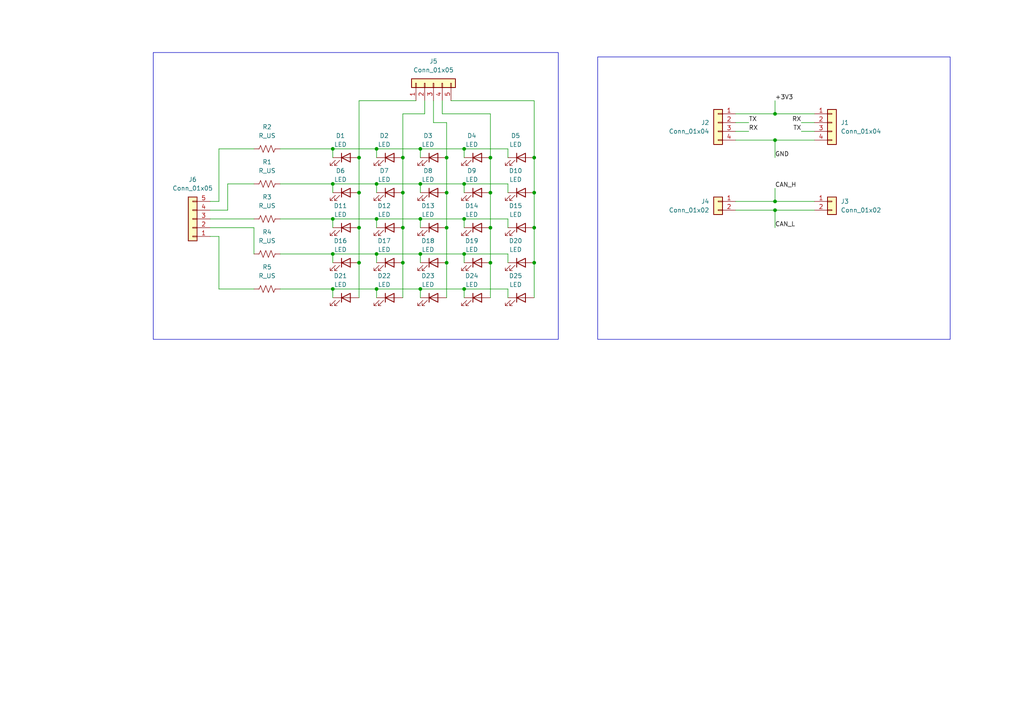
<source format=kicad_sch>
(kicad_sch
	(version 20231120)
	(generator "eeschema")
	(generator_version "8.0")
	(uuid "1903ae63-3731-4f46-a407-52bbaee86502")
	(paper "A4")
	(lib_symbols
		(symbol "Connector_Generic:Conn_01x02"
			(pin_names
				(offset 1.016) hide)
			(exclude_from_sim no)
			(in_bom yes)
			(on_board yes)
			(property "Reference" "J"
				(at 0 2.54 0)
				(effects
					(font
						(size 1.27 1.27)
					)
				)
			)
			(property "Value" "Conn_01x02"
				(at 0 -5.08 0)
				(effects
					(font
						(size 1.27 1.27)
					)
				)
			)
			(property "Footprint" ""
				(at 0 0 0)
				(effects
					(font
						(size 1.27 1.27)
					)
					(hide yes)
				)
			)
			(property "Datasheet" "~"
				(at 0 0 0)
				(effects
					(font
						(size 1.27 1.27)
					)
					(hide yes)
				)
			)
			(property "Description" "Generic connector, single row, 01x02, script generated (kicad-library-utils/schlib/autogen/connector/)"
				(at 0 0 0)
				(effects
					(font
						(size 1.27 1.27)
					)
					(hide yes)
				)
			)
			(property "ki_keywords" "connector"
				(at 0 0 0)
				(effects
					(font
						(size 1.27 1.27)
					)
					(hide yes)
				)
			)
			(property "ki_fp_filters" "Connector*:*_1x??_*"
				(at 0 0 0)
				(effects
					(font
						(size 1.27 1.27)
					)
					(hide yes)
				)
			)
			(symbol "Conn_01x02_1_1"
				(rectangle
					(start -1.27 -2.413)
					(end 0 -2.667)
					(stroke
						(width 0.1524)
						(type default)
					)
					(fill
						(type none)
					)
				)
				(rectangle
					(start -1.27 0.127)
					(end 0 -0.127)
					(stroke
						(width 0.1524)
						(type default)
					)
					(fill
						(type none)
					)
				)
				(rectangle
					(start -1.27 1.27)
					(end 1.27 -3.81)
					(stroke
						(width 0.254)
						(type default)
					)
					(fill
						(type background)
					)
				)
				(pin passive line
					(at -5.08 0 0)
					(length 3.81)
					(name "Pin_1"
						(effects
							(font
								(size 1.27 1.27)
							)
						)
					)
					(number "1"
						(effects
							(font
								(size 1.27 1.27)
							)
						)
					)
				)
				(pin passive line
					(at -5.08 -2.54 0)
					(length 3.81)
					(name "Pin_2"
						(effects
							(font
								(size 1.27 1.27)
							)
						)
					)
					(number "2"
						(effects
							(font
								(size 1.27 1.27)
							)
						)
					)
				)
			)
		)
		(symbol "Connector_Generic:Conn_01x04"
			(pin_names
				(offset 1.016) hide)
			(exclude_from_sim no)
			(in_bom yes)
			(on_board yes)
			(property "Reference" "J"
				(at 0 5.08 0)
				(effects
					(font
						(size 1.27 1.27)
					)
				)
			)
			(property "Value" "Conn_01x04"
				(at 0 -7.62 0)
				(effects
					(font
						(size 1.27 1.27)
					)
				)
			)
			(property "Footprint" ""
				(at 0 0 0)
				(effects
					(font
						(size 1.27 1.27)
					)
					(hide yes)
				)
			)
			(property "Datasheet" "~"
				(at 0 0 0)
				(effects
					(font
						(size 1.27 1.27)
					)
					(hide yes)
				)
			)
			(property "Description" "Generic connector, single row, 01x04, script generated (kicad-library-utils/schlib/autogen/connector/)"
				(at 0 0 0)
				(effects
					(font
						(size 1.27 1.27)
					)
					(hide yes)
				)
			)
			(property "ki_keywords" "connector"
				(at 0 0 0)
				(effects
					(font
						(size 1.27 1.27)
					)
					(hide yes)
				)
			)
			(property "ki_fp_filters" "Connector*:*_1x??_*"
				(at 0 0 0)
				(effects
					(font
						(size 1.27 1.27)
					)
					(hide yes)
				)
			)
			(symbol "Conn_01x04_1_1"
				(rectangle
					(start -1.27 -4.953)
					(end 0 -5.207)
					(stroke
						(width 0.1524)
						(type default)
					)
					(fill
						(type none)
					)
				)
				(rectangle
					(start -1.27 -2.413)
					(end 0 -2.667)
					(stroke
						(width 0.1524)
						(type default)
					)
					(fill
						(type none)
					)
				)
				(rectangle
					(start -1.27 0.127)
					(end 0 -0.127)
					(stroke
						(width 0.1524)
						(type default)
					)
					(fill
						(type none)
					)
				)
				(rectangle
					(start -1.27 2.667)
					(end 0 2.413)
					(stroke
						(width 0.1524)
						(type default)
					)
					(fill
						(type none)
					)
				)
				(rectangle
					(start -1.27 3.81)
					(end 1.27 -6.35)
					(stroke
						(width 0.254)
						(type default)
					)
					(fill
						(type background)
					)
				)
				(pin passive line
					(at -5.08 2.54 0)
					(length 3.81)
					(name "Pin_1"
						(effects
							(font
								(size 1.27 1.27)
							)
						)
					)
					(number "1"
						(effects
							(font
								(size 1.27 1.27)
							)
						)
					)
				)
				(pin passive line
					(at -5.08 0 0)
					(length 3.81)
					(name "Pin_2"
						(effects
							(font
								(size 1.27 1.27)
							)
						)
					)
					(number "2"
						(effects
							(font
								(size 1.27 1.27)
							)
						)
					)
				)
				(pin passive line
					(at -5.08 -2.54 0)
					(length 3.81)
					(name "Pin_3"
						(effects
							(font
								(size 1.27 1.27)
							)
						)
					)
					(number "3"
						(effects
							(font
								(size 1.27 1.27)
							)
						)
					)
				)
				(pin passive line
					(at -5.08 -5.08 0)
					(length 3.81)
					(name "Pin_4"
						(effects
							(font
								(size 1.27 1.27)
							)
						)
					)
					(number "4"
						(effects
							(font
								(size 1.27 1.27)
							)
						)
					)
				)
			)
		)
		(symbol "Connector_Generic:Conn_01x05"
			(pin_names
				(offset 1.016) hide)
			(exclude_from_sim no)
			(in_bom yes)
			(on_board yes)
			(property "Reference" "J"
				(at 0 7.62 0)
				(effects
					(font
						(size 1.27 1.27)
					)
				)
			)
			(property "Value" "Conn_01x05"
				(at 0 -7.62 0)
				(effects
					(font
						(size 1.27 1.27)
					)
				)
			)
			(property "Footprint" ""
				(at 0 0 0)
				(effects
					(font
						(size 1.27 1.27)
					)
					(hide yes)
				)
			)
			(property "Datasheet" "~"
				(at 0 0 0)
				(effects
					(font
						(size 1.27 1.27)
					)
					(hide yes)
				)
			)
			(property "Description" "Generic connector, single row, 01x05, script generated (kicad-library-utils/schlib/autogen/connector/)"
				(at 0 0 0)
				(effects
					(font
						(size 1.27 1.27)
					)
					(hide yes)
				)
			)
			(property "ki_keywords" "connector"
				(at 0 0 0)
				(effects
					(font
						(size 1.27 1.27)
					)
					(hide yes)
				)
			)
			(property "ki_fp_filters" "Connector*:*_1x??_*"
				(at 0 0 0)
				(effects
					(font
						(size 1.27 1.27)
					)
					(hide yes)
				)
			)
			(symbol "Conn_01x05_1_1"
				(rectangle
					(start -1.27 -4.953)
					(end 0 -5.207)
					(stroke
						(width 0.1524)
						(type default)
					)
					(fill
						(type none)
					)
				)
				(rectangle
					(start -1.27 -2.413)
					(end 0 -2.667)
					(stroke
						(width 0.1524)
						(type default)
					)
					(fill
						(type none)
					)
				)
				(rectangle
					(start -1.27 0.127)
					(end 0 -0.127)
					(stroke
						(width 0.1524)
						(type default)
					)
					(fill
						(type none)
					)
				)
				(rectangle
					(start -1.27 2.667)
					(end 0 2.413)
					(stroke
						(width 0.1524)
						(type default)
					)
					(fill
						(type none)
					)
				)
				(rectangle
					(start -1.27 5.207)
					(end 0 4.953)
					(stroke
						(width 0.1524)
						(type default)
					)
					(fill
						(type none)
					)
				)
				(rectangle
					(start -1.27 6.35)
					(end 1.27 -6.35)
					(stroke
						(width 0.254)
						(type default)
					)
					(fill
						(type background)
					)
				)
				(pin passive line
					(at -5.08 5.08 0)
					(length 3.81)
					(name "Pin_1"
						(effects
							(font
								(size 1.27 1.27)
							)
						)
					)
					(number "1"
						(effects
							(font
								(size 1.27 1.27)
							)
						)
					)
				)
				(pin passive line
					(at -5.08 2.54 0)
					(length 3.81)
					(name "Pin_2"
						(effects
							(font
								(size 1.27 1.27)
							)
						)
					)
					(number "2"
						(effects
							(font
								(size 1.27 1.27)
							)
						)
					)
				)
				(pin passive line
					(at -5.08 0 0)
					(length 3.81)
					(name "Pin_3"
						(effects
							(font
								(size 1.27 1.27)
							)
						)
					)
					(number "3"
						(effects
							(font
								(size 1.27 1.27)
							)
						)
					)
				)
				(pin passive line
					(at -5.08 -2.54 0)
					(length 3.81)
					(name "Pin_4"
						(effects
							(font
								(size 1.27 1.27)
							)
						)
					)
					(number "4"
						(effects
							(font
								(size 1.27 1.27)
							)
						)
					)
				)
				(pin passive line
					(at -5.08 -5.08 0)
					(length 3.81)
					(name "Pin_5"
						(effects
							(font
								(size 1.27 1.27)
							)
						)
					)
					(number "5"
						(effects
							(font
								(size 1.27 1.27)
							)
						)
					)
				)
			)
		)
		(symbol "Device:LED"
			(pin_numbers hide)
			(pin_names
				(offset 1.016) hide)
			(exclude_from_sim no)
			(in_bom yes)
			(on_board yes)
			(property "Reference" "D"
				(at 0 2.54 0)
				(effects
					(font
						(size 1.27 1.27)
					)
				)
			)
			(property "Value" "LED"
				(at 0 -2.54 0)
				(effects
					(font
						(size 1.27 1.27)
					)
				)
			)
			(property "Footprint" ""
				(at 0 0 0)
				(effects
					(font
						(size 1.27 1.27)
					)
					(hide yes)
				)
			)
			(property "Datasheet" "~"
				(at 0 0 0)
				(effects
					(font
						(size 1.27 1.27)
					)
					(hide yes)
				)
			)
			(property "Description" "Light emitting diode"
				(at 0 0 0)
				(effects
					(font
						(size 1.27 1.27)
					)
					(hide yes)
				)
			)
			(property "ki_keywords" "LED diode"
				(at 0 0 0)
				(effects
					(font
						(size 1.27 1.27)
					)
					(hide yes)
				)
			)
			(property "ki_fp_filters" "LED* LED_SMD:* LED_THT:*"
				(at 0 0 0)
				(effects
					(font
						(size 1.27 1.27)
					)
					(hide yes)
				)
			)
			(symbol "LED_0_1"
				(polyline
					(pts
						(xy -1.27 -1.27) (xy -1.27 1.27)
					)
					(stroke
						(width 0.254)
						(type default)
					)
					(fill
						(type none)
					)
				)
				(polyline
					(pts
						(xy -1.27 0) (xy 1.27 0)
					)
					(stroke
						(width 0)
						(type default)
					)
					(fill
						(type none)
					)
				)
				(polyline
					(pts
						(xy 1.27 -1.27) (xy 1.27 1.27) (xy -1.27 0) (xy 1.27 -1.27)
					)
					(stroke
						(width 0.254)
						(type default)
					)
					(fill
						(type none)
					)
				)
				(polyline
					(pts
						(xy -3.048 -0.762) (xy -4.572 -2.286) (xy -3.81 -2.286) (xy -4.572 -2.286) (xy -4.572 -1.524)
					)
					(stroke
						(width 0)
						(type default)
					)
					(fill
						(type none)
					)
				)
				(polyline
					(pts
						(xy -1.778 -0.762) (xy -3.302 -2.286) (xy -2.54 -2.286) (xy -3.302 -2.286) (xy -3.302 -1.524)
					)
					(stroke
						(width 0)
						(type default)
					)
					(fill
						(type none)
					)
				)
			)
			(symbol "LED_1_1"
				(pin passive line
					(at -3.81 0 0)
					(length 2.54)
					(name "K"
						(effects
							(font
								(size 1.27 1.27)
							)
						)
					)
					(number "1"
						(effects
							(font
								(size 1.27 1.27)
							)
						)
					)
				)
				(pin passive line
					(at 3.81 0 180)
					(length 2.54)
					(name "A"
						(effects
							(font
								(size 1.27 1.27)
							)
						)
					)
					(number "2"
						(effects
							(font
								(size 1.27 1.27)
							)
						)
					)
				)
			)
		)
		(symbol "Device:R_US"
			(pin_numbers hide)
			(pin_names
				(offset 0)
			)
			(exclude_from_sim no)
			(in_bom yes)
			(on_board yes)
			(property "Reference" "R"
				(at 2.54 0 90)
				(effects
					(font
						(size 1.27 1.27)
					)
				)
			)
			(property "Value" "R_US"
				(at -2.54 0 90)
				(effects
					(font
						(size 1.27 1.27)
					)
				)
			)
			(property "Footprint" ""
				(at 1.016 -0.254 90)
				(effects
					(font
						(size 1.27 1.27)
					)
					(hide yes)
				)
			)
			(property "Datasheet" "~"
				(at 0 0 0)
				(effects
					(font
						(size 1.27 1.27)
					)
					(hide yes)
				)
			)
			(property "Description" "Resistor, US symbol"
				(at 0 0 0)
				(effects
					(font
						(size 1.27 1.27)
					)
					(hide yes)
				)
			)
			(property "ki_keywords" "R res resistor"
				(at 0 0 0)
				(effects
					(font
						(size 1.27 1.27)
					)
					(hide yes)
				)
			)
			(property "ki_fp_filters" "R_*"
				(at 0 0 0)
				(effects
					(font
						(size 1.27 1.27)
					)
					(hide yes)
				)
			)
			(symbol "R_US_0_1"
				(polyline
					(pts
						(xy 0 -2.286) (xy 0 -2.54)
					)
					(stroke
						(width 0)
						(type default)
					)
					(fill
						(type none)
					)
				)
				(polyline
					(pts
						(xy 0 2.286) (xy 0 2.54)
					)
					(stroke
						(width 0)
						(type default)
					)
					(fill
						(type none)
					)
				)
				(polyline
					(pts
						(xy 0 -0.762) (xy 1.016 -1.143) (xy 0 -1.524) (xy -1.016 -1.905) (xy 0 -2.286)
					)
					(stroke
						(width 0)
						(type default)
					)
					(fill
						(type none)
					)
				)
				(polyline
					(pts
						(xy 0 0.762) (xy 1.016 0.381) (xy 0 0) (xy -1.016 -0.381) (xy 0 -0.762)
					)
					(stroke
						(width 0)
						(type default)
					)
					(fill
						(type none)
					)
				)
				(polyline
					(pts
						(xy 0 2.286) (xy 1.016 1.905) (xy 0 1.524) (xy -1.016 1.143) (xy 0 0.762)
					)
					(stroke
						(width 0)
						(type default)
					)
					(fill
						(type none)
					)
				)
			)
			(symbol "R_US_1_1"
				(pin passive line
					(at 0 3.81 270)
					(length 1.27)
					(name "~"
						(effects
							(font
								(size 1.27 1.27)
							)
						)
					)
					(number "1"
						(effects
							(font
								(size 1.27 1.27)
							)
						)
					)
				)
				(pin passive line
					(at 0 -3.81 90)
					(length 1.27)
					(name "~"
						(effects
							(font
								(size 1.27 1.27)
							)
						)
					)
					(number "2"
						(effects
							(font
								(size 1.27 1.27)
							)
						)
					)
				)
			)
		)
	)
	(junction
		(at 154.94 76.2)
		(diameter 0)
		(color 0 0 0 0)
		(uuid "117e6a52-2737-480d-928a-b810a4e6627f")
	)
	(junction
		(at 96.52 53.34)
		(diameter 0)
		(color 0 0 0 0)
		(uuid "12d2ed01-f720-41cc-9b9a-9063fc1e242e")
	)
	(junction
		(at 109.22 53.34)
		(diameter 0)
		(color 0 0 0 0)
		(uuid "1cfc6e49-08fb-4267-bf34-358a6459620a")
	)
	(junction
		(at 142.24 76.2)
		(diameter 0)
		(color 0 0 0 0)
		(uuid "21ce68f5-7ca4-4be1-a6d2-0810582e18e9")
	)
	(junction
		(at 134.62 53.34)
		(diameter 0)
		(color 0 0 0 0)
		(uuid "267c1fe9-4622-4a79-a822-247f417ff4ce")
	)
	(junction
		(at 109.22 43.18)
		(diameter 0)
		(color 0 0 0 0)
		(uuid "2d1c669f-e03c-47aa-9ba2-6147bef9fdeb")
	)
	(junction
		(at 121.92 63.5)
		(diameter 0)
		(color 0 0 0 0)
		(uuid "38678e2d-5e9d-4d5e-9436-aef7c5d59a08")
	)
	(junction
		(at 224.79 40.64)
		(diameter 0)
		(color 0 0 0 0)
		(uuid "3cffea5f-2f96-4c72-aaf2-22795d48de1f")
	)
	(junction
		(at 224.79 60.96)
		(diameter 0)
		(color 0 0 0 0)
		(uuid "4748b0b7-c416-4c98-b97c-3bd2028b69ea")
	)
	(junction
		(at 104.14 76.2)
		(diameter 0)
		(color 0 0 0 0)
		(uuid "47b67b5b-0425-45da-bd66-113b73c22834")
	)
	(junction
		(at 121.92 83.82)
		(diameter 0)
		(color 0 0 0 0)
		(uuid "50ed85c0-49e3-48c8-b4f3-de2d9e10586a")
	)
	(junction
		(at 116.84 55.88)
		(diameter 0)
		(color 0 0 0 0)
		(uuid "52d984ac-afdc-40cc-9eb9-96e4b27d4011")
	)
	(junction
		(at 104.14 45.72)
		(diameter 0)
		(color 0 0 0 0)
		(uuid "5346dbba-f891-4784-859e-237fe444267c")
	)
	(junction
		(at 104.14 66.04)
		(diameter 0)
		(color 0 0 0 0)
		(uuid "53ad1e42-f7a2-4df2-b99f-fd910c928557")
	)
	(junction
		(at 96.52 73.66)
		(diameter 0)
		(color 0 0 0 0)
		(uuid "5f4c0655-87d1-4f9d-bcb3-9c38e7f5169f")
	)
	(junction
		(at 116.84 66.04)
		(diameter 0)
		(color 0 0 0 0)
		(uuid "60cf0af5-a753-4562-a63c-9454925cbe13")
	)
	(junction
		(at 104.14 55.88)
		(diameter 0)
		(color 0 0 0 0)
		(uuid "622aebd6-676a-4072-b1ae-75d45db79860")
	)
	(junction
		(at 154.94 45.72)
		(diameter 0)
		(color 0 0 0 0)
		(uuid "66a64de6-3773-42fc-aebb-c60d95c6624a")
	)
	(junction
		(at 224.79 58.42)
		(diameter 0)
		(color 0 0 0 0)
		(uuid "702de61c-e152-4acb-90c1-e2b4fd3d84ee")
	)
	(junction
		(at 224.79 33.02)
		(diameter 0)
		(color 0 0 0 0)
		(uuid "7c43a8df-7be2-4f50-8305-719da8f94423")
	)
	(junction
		(at 129.54 76.2)
		(diameter 0)
		(color 0 0 0 0)
		(uuid "7fea6202-5cdf-4d18-99c3-5dba1cc382b9")
	)
	(junction
		(at 121.92 73.66)
		(diameter 0)
		(color 0 0 0 0)
		(uuid "88cc60d7-8c5d-4cc6-891d-01636f1796ef")
	)
	(junction
		(at 116.84 76.2)
		(diameter 0)
		(color 0 0 0 0)
		(uuid "8a245074-0339-4723-84d1-30447cf32c8a")
	)
	(junction
		(at 96.52 43.18)
		(diameter 0)
		(color 0 0 0 0)
		(uuid "8b2ec2b0-c332-4c32-97bb-ec294ec0d738")
	)
	(junction
		(at 96.52 63.5)
		(diameter 0)
		(color 0 0 0 0)
		(uuid "8b46877f-378a-470e-957d-1b86de4a82e0")
	)
	(junction
		(at 134.62 43.18)
		(diameter 0)
		(color 0 0 0 0)
		(uuid "9267f6be-3798-4005-81ea-d37221a4b67a")
	)
	(junction
		(at 134.62 83.82)
		(diameter 0)
		(color 0 0 0 0)
		(uuid "9596b9e6-93d6-463e-8072-8d9a1cc7db4b")
	)
	(junction
		(at 109.22 83.82)
		(diameter 0)
		(color 0 0 0 0)
		(uuid "997bc0a7-e7e8-4a4e-8d45-2f83985184a0")
	)
	(junction
		(at 109.22 73.66)
		(diameter 0)
		(color 0 0 0 0)
		(uuid "9e83102f-60c0-4d3d-8b2c-06361a68bedb")
	)
	(junction
		(at 129.54 55.88)
		(diameter 0)
		(color 0 0 0 0)
		(uuid "a429b986-fcec-4fd2-a32f-14b271f223a8")
	)
	(junction
		(at 121.92 43.18)
		(diameter 0)
		(color 0 0 0 0)
		(uuid "a956cb3b-6eb8-46e4-be7c-7a04015ccf38")
	)
	(junction
		(at 142.24 45.72)
		(diameter 0)
		(color 0 0 0 0)
		(uuid "ae2263d1-5186-44d2-bb3c-6ba8cbba1034")
	)
	(junction
		(at 109.22 63.5)
		(diameter 0)
		(color 0 0 0 0)
		(uuid "d7d66df1-b0d3-4ef3-a33b-9cd6e92fac4c")
	)
	(junction
		(at 154.94 55.88)
		(diameter 0)
		(color 0 0 0 0)
		(uuid "da0fa620-fa78-433e-89e2-eb16c0524140")
	)
	(junction
		(at 121.92 53.34)
		(diameter 0)
		(color 0 0 0 0)
		(uuid "dce049c1-ade3-40ba-84b3-4cf70ca2b2b6")
	)
	(junction
		(at 96.52 83.82)
		(diameter 0)
		(color 0 0 0 0)
		(uuid "e07581ef-cfc2-4abd-83df-0c8e70f19126")
	)
	(junction
		(at 116.84 45.72)
		(diameter 0)
		(color 0 0 0 0)
		(uuid "e39102ae-4314-49ff-b627-332738cf675d")
	)
	(junction
		(at 134.62 73.66)
		(diameter 0)
		(color 0 0 0 0)
		(uuid "e8be794e-4f90-47cd-99c9-cb4396442fa4")
	)
	(junction
		(at 154.94 66.04)
		(diameter 0)
		(color 0 0 0 0)
		(uuid "ec55d63f-48eb-48e7-9ae7-5eea40a3ded6")
	)
	(junction
		(at 129.54 66.04)
		(diameter 0)
		(color 0 0 0 0)
		(uuid "f4567a3e-44cf-4066-b467-6904e3129660")
	)
	(junction
		(at 142.24 66.04)
		(diameter 0)
		(color 0 0 0 0)
		(uuid "f56e500c-2505-469c-9855-74ec2e603aa5")
	)
	(junction
		(at 142.24 55.88)
		(diameter 0)
		(color 0 0 0 0)
		(uuid "fe2a9761-60a2-4a39-a443-87af36edd3bb")
	)
	(junction
		(at 129.54 45.72)
		(diameter 0)
		(color 0 0 0 0)
		(uuid "feba7659-1c79-4f1a-8f09-c519f2003b8a")
	)
	(junction
		(at 134.62 63.5)
		(diameter 0)
		(color 0 0 0 0)
		(uuid "ff47ee09-7624-4a74-99cc-46681181aecc")
	)
	(wire
		(pts
			(xy 104.14 55.88) (xy 104.14 66.04)
		)
		(stroke
			(width 0)
			(type default)
		)
		(uuid "0040cf53-6481-4949-859d-c545967b8cf7")
	)
	(wire
		(pts
			(xy 81.28 53.34) (xy 96.52 53.34)
		)
		(stroke
			(width 0)
			(type default)
		)
		(uuid "04af86d3-9496-449c-af0f-8afd5161957f")
	)
	(wire
		(pts
			(xy 224.79 60.96) (xy 224.79 66.04)
		)
		(stroke
			(width 0)
			(type default)
		)
		(uuid "07810298-0ae3-49c6-bb24-bc5febbb02ad")
	)
	(wire
		(pts
			(xy 121.92 73.66) (xy 121.92 76.2)
		)
		(stroke
			(width 0)
			(type default)
		)
		(uuid "08c3c2e7-0ca2-49ef-9eae-b15bf4add8d5")
	)
	(wire
		(pts
			(xy 213.36 38.1) (xy 217.17 38.1)
		)
		(stroke
			(width 0)
			(type default)
		)
		(uuid "09e4f7f6-f7d1-44cf-9785-5aaad2dd0490")
	)
	(wire
		(pts
			(xy 96.52 53.34) (xy 96.52 55.88)
		)
		(stroke
			(width 0)
			(type default)
		)
		(uuid "0c1ca8a6-d5f5-4392-b377-328119d2c785")
	)
	(wire
		(pts
			(xy 134.62 73.66) (xy 147.32 73.66)
		)
		(stroke
			(width 0)
			(type default)
		)
		(uuid "0e0a724a-3ed0-4299-9d18-54f3ae703066")
	)
	(wire
		(pts
			(xy 129.54 76.2) (xy 129.54 86.36)
		)
		(stroke
			(width 0)
			(type default)
		)
		(uuid "0e36fa96-c445-49fa-a824-2bc373a4adc1")
	)
	(wire
		(pts
			(xy 116.84 76.2) (xy 116.84 86.36)
		)
		(stroke
			(width 0)
			(type default)
		)
		(uuid "117b37d8-4584-49de-8b84-cfc9daec65aa")
	)
	(wire
		(pts
			(xy 224.79 29.21) (xy 224.79 33.02)
		)
		(stroke
			(width 0)
			(type default)
		)
		(uuid "14b75ff4-6964-4a8e-9a41-13cb04dad399")
	)
	(wire
		(pts
			(xy 123.19 29.21) (xy 123.19 33.02)
		)
		(stroke
			(width 0)
			(type default)
		)
		(uuid "154d6fef-d502-4c4b-853d-148c70838590")
	)
	(wire
		(pts
			(xy 134.62 83.82) (xy 134.62 86.36)
		)
		(stroke
			(width 0)
			(type default)
		)
		(uuid "15b9a86d-e24b-40cc-9361-5d00d4f6cc03")
	)
	(wire
		(pts
			(xy 125.73 29.21) (xy 125.73 35.56)
		)
		(stroke
			(width 0)
			(type default)
		)
		(uuid "16385acd-af81-469f-8f0c-6d837644f6f7")
	)
	(wire
		(pts
			(xy 129.54 55.88) (xy 129.54 66.04)
		)
		(stroke
			(width 0)
			(type default)
		)
		(uuid "1d65c713-f9b1-4ad5-a3d4-dac9a8bd4744")
	)
	(wire
		(pts
			(xy 104.14 76.2) (xy 104.14 86.36)
		)
		(stroke
			(width 0)
			(type default)
		)
		(uuid "1da175fd-6848-4226-b8db-e09d1ec2e6f2")
	)
	(wire
		(pts
			(xy 109.22 63.5) (xy 109.22 66.04)
		)
		(stroke
			(width 0)
			(type default)
		)
		(uuid "1f783019-1daf-4bc0-b70e-4c38228f6c79")
	)
	(wire
		(pts
			(xy 142.24 66.04) (xy 142.24 76.2)
		)
		(stroke
			(width 0)
			(type default)
		)
		(uuid "1fb7a4c4-c8b6-4c2f-acf3-400fe4305103")
	)
	(wire
		(pts
			(xy 60.96 60.96) (xy 66.04 60.96)
		)
		(stroke
			(width 0)
			(type default)
		)
		(uuid "2040f0cd-bf5a-4f26-88fc-469f292a43d1")
	)
	(wire
		(pts
			(xy 60.96 66.04) (xy 73.66 66.04)
		)
		(stroke
			(width 0)
			(type default)
		)
		(uuid "20851998-257f-4ac8-980d-7051ba41c878")
	)
	(wire
		(pts
			(xy 116.84 33.02) (xy 116.84 45.72)
		)
		(stroke
			(width 0)
			(type default)
		)
		(uuid "23de945f-9129-4827-9b2e-640bee1c6e13")
	)
	(wire
		(pts
			(xy 81.28 83.82) (xy 96.52 83.82)
		)
		(stroke
			(width 0)
			(type default)
		)
		(uuid "2575180b-d2d1-4261-9370-08ed84cdb439")
	)
	(wire
		(pts
			(xy 123.19 33.02) (xy 116.84 33.02)
		)
		(stroke
			(width 0)
			(type default)
		)
		(uuid "26277f36-9b38-4429-83e9-74d626fc4347")
	)
	(wire
		(pts
			(xy 60.96 68.58) (xy 63.5 68.58)
		)
		(stroke
			(width 0)
			(type default)
		)
		(uuid "281c1244-0910-4fb7-a374-044f37a8521e")
	)
	(wire
		(pts
			(xy 96.52 83.82) (xy 96.52 86.36)
		)
		(stroke
			(width 0)
			(type default)
		)
		(uuid "289685f7-9b01-4647-9910-32cb60f8ba99")
	)
	(wire
		(pts
			(xy 154.94 55.88) (xy 154.94 66.04)
		)
		(stroke
			(width 0)
			(type default)
		)
		(uuid "2ca8d405-2b55-4b25-83e6-33fe48fa1fda")
	)
	(wire
		(pts
			(xy 81.28 63.5) (xy 96.52 63.5)
		)
		(stroke
			(width 0)
			(type default)
		)
		(uuid "2ce71e27-0efe-4894-a4ef-9fc3942f1917")
	)
	(wire
		(pts
			(xy 134.62 63.5) (xy 134.62 66.04)
		)
		(stroke
			(width 0)
			(type default)
		)
		(uuid "3590acc4-777b-461c-9361-d6ed1e7b7b4d")
	)
	(wire
		(pts
			(xy 60.96 63.5) (xy 73.66 63.5)
		)
		(stroke
			(width 0)
			(type default)
		)
		(uuid "35c46d70-b7a2-42d6-a1f5-d587f6136898")
	)
	(wire
		(pts
			(xy 130.81 29.21) (xy 154.94 29.21)
		)
		(stroke
			(width 0)
			(type default)
		)
		(uuid "38e9b79f-1b1d-446a-95a7-dd3722e4cec5")
	)
	(wire
		(pts
			(xy 142.24 33.02) (xy 142.24 45.72)
		)
		(stroke
			(width 0)
			(type default)
		)
		(uuid "3b7c83e3-3f01-4599-93be-c5a3de83ea40")
	)
	(wire
		(pts
			(xy 66.04 60.96) (xy 66.04 53.34)
		)
		(stroke
			(width 0)
			(type default)
		)
		(uuid "3bab84e7-84aa-48a7-bf88-1efaf16c9b40")
	)
	(wire
		(pts
			(xy 213.36 58.42) (xy 224.79 58.42)
		)
		(stroke
			(width 0)
			(type default)
		)
		(uuid "3db203cc-caae-4884-a232-e31f84e4261d")
	)
	(wire
		(pts
			(xy 120.65 29.21) (xy 104.14 29.21)
		)
		(stroke
			(width 0)
			(type default)
		)
		(uuid "4109d361-70f3-49e3-8528-f19f966f6384")
	)
	(wire
		(pts
			(xy 116.84 66.04) (xy 116.84 76.2)
		)
		(stroke
			(width 0)
			(type default)
		)
		(uuid "43b587d4-0bcc-4815-ad22-a7c4f14b9fc4")
	)
	(wire
		(pts
			(xy 63.5 43.18) (xy 73.66 43.18)
		)
		(stroke
			(width 0)
			(type default)
		)
		(uuid "44e4ce4d-510e-4210-8323-f8edd34ff4d8")
	)
	(wire
		(pts
			(xy 134.62 73.66) (xy 134.62 76.2)
		)
		(stroke
			(width 0)
			(type default)
		)
		(uuid "47928503-2b4a-49d1-b85b-daaeff807f83")
	)
	(wire
		(pts
			(xy 154.94 66.04) (xy 154.94 76.2)
		)
		(stroke
			(width 0)
			(type default)
		)
		(uuid "4878385c-4034-4426-9db8-ede0fa924b4e")
	)
	(wire
		(pts
			(xy 125.73 35.56) (xy 129.54 35.56)
		)
		(stroke
			(width 0)
			(type default)
		)
		(uuid "492adf1a-73af-4f0b-98fe-3dca30556dc1")
	)
	(wire
		(pts
			(xy 96.52 63.5) (xy 109.22 63.5)
		)
		(stroke
			(width 0)
			(type default)
		)
		(uuid "49ac111c-9399-40ff-9118-24206f61ad5a")
	)
	(wire
		(pts
			(xy 109.22 83.82) (xy 121.92 83.82)
		)
		(stroke
			(width 0)
			(type default)
		)
		(uuid "4d9b744d-9b63-47ad-91ca-970340f64a87")
	)
	(wire
		(pts
			(xy 224.79 58.42) (xy 236.22 58.42)
		)
		(stroke
			(width 0)
			(type default)
		)
		(uuid "4e84b2ce-9bc7-4bba-afbc-67cc317f1c0c")
	)
	(wire
		(pts
			(xy 121.92 53.34) (xy 121.92 55.88)
		)
		(stroke
			(width 0)
			(type default)
		)
		(uuid "4ef53ab5-c1f1-4e5b-b756-52e267c1abc5")
	)
	(wire
		(pts
			(xy 121.92 83.82) (xy 121.92 86.36)
		)
		(stroke
			(width 0)
			(type default)
		)
		(uuid "512b3c84-ea04-4c43-8a84-adb397ff505d")
	)
	(wire
		(pts
			(xy 109.22 63.5) (xy 121.92 63.5)
		)
		(stroke
			(width 0)
			(type default)
		)
		(uuid "52350ad6-1eb6-4049-8094-435fe363dabe")
	)
	(wire
		(pts
			(xy 147.32 83.82) (xy 147.32 86.36)
		)
		(stroke
			(width 0)
			(type default)
		)
		(uuid "5c58b4f0-49f9-44d8-aa6c-7972df091790")
	)
	(wire
		(pts
			(xy 96.52 73.66) (xy 109.22 73.66)
		)
		(stroke
			(width 0)
			(type default)
		)
		(uuid "5ef6aea5-c262-433e-829c-651206b1177b")
	)
	(wire
		(pts
			(xy 63.5 83.82) (xy 73.66 83.82)
		)
		(stroke
			(width 0)
			(type default)
		)
		(uuid "5fcec3a9-4ee3-4783-9b39-c4e3523e0b3d")
	)
	(wire
		(pts
			(xy 96.52 63.5) (xy 96.52 66.04)
		)
		(stroke
			(width 0)
			(type default)
		)
		(uuid "601d45d2-eb73-45b5-995c-a3bc90a35e8e")
	)
	(wire
		(pts
			(xy 128.27 29.21) (xy 128.27 33.02)
		)
		(stroke
			(width 0)
			(type default)
		)
		(uuid "61021b9f-dde5-4d72-b558-abebfa711e50")
	)
	(wire
		(pts
			(xy 109.22 53.34) (xy 121.92 53.34)
		)
		(stroke
			(width 0)
			(type default)
		)
		(uuid "649f6132-478c-48b0-b87d-f52fb196e717")
	)
	(wire
		(pts
			(xy 109.22 53.34) (xy 109.22 55.88)
		)
		(stroke
			(width 0)
			(type default)
		)
		(uuid "6d587183-d7fa-40b2-be82-25b96a56ff08")
	)
	(wire
		(pts
			(xy 224.79 40.64) (xy 236.22 40.64)
		)
		(stroke
			(width 0)
			(type default)
		)
		(uuid "7a6bf576-8dec-40fd-9ce9-332b1de4aac4")
	)
	(wire
		(pts
			(xy 142.24 55.88) (xy 142.24 66.04)
		)
		(stroke
			(width 0)
			(type default)
		)
		(uuid "7b726e7d-9ba1-470f-84c3-f92b7cb35830")
	)
	(wire
		(pts
			(xy 81.28 73.66) (xy 96.52 73.66)
		)
		(stroke
			(width 0)
			(type default)
		)
		(uuid "7cd08832-06c3-4229-8619-204e1f0e5a9b")
	)
	(wire
		(pts
			(xy 134.62 53.34) (xy 134.62 55.88)
		)
		(stroke
			(width 0)
			(type default)
		)
		(uuid "7d522f5b-27a7-4426-8f5a-e87e35de77aa")
	)
	(wire
		(pts
			(xy 96.52 73.66) (xy 96.52 76.2)
		)
		(stroke
			(width 0)
			(type default)
		)
		(uuid "81865507-3d49-43c4-b57f-9deff81949ba")
	)
	(wire
		(pts
			(xy 134.62 43.18) (xy 147.32 43.18)
		)
		(stroke
			(width 0)
			(type default)
		)
		(uuid "84373029-255a-4d02-902e-f1517b347571")
	)
	(wire
		(pts
			(xy 134.62 63.5) (xy 147.32 63.5)
		)
		(stroke
			(width 0)
			(type default)
		)
		(uuid "844747b1-af6f-4fb5-8deb-294a5bc3fc07")
	)
	(wire
		(pts
			(xy 213.36 40.64) (xy 224.79 40.64)
		)
		(stroke
			(width 0)
			(type default)
		)
		(uuid "84d5863d-6c18-406a-98a9-e233b2d228cd")
	)
	(wire
		(pts
			(xy 147.32 53.34) (xy 147.32 55.88)
		)
		(stroke
			(width 0)
			(type default)
		)
		(uuid "8627a585-4342-4103-9af6-a3b582d8b8d0")
	)
	(wire
		(pts
			(xy 104.14 29.21) (xy 104.14 45.72)
		)
		(stroke
			(width 0)
			(type default)
		)
		(uuid "8d95a112-f81c-457d-9d71-06aadc8ab0ab")
	)
	(wire
		(pts
			(xy 121.92 63.5) (xy 134.62 63.5)
		)
		(stroke
			(width 0)
			(type default)
		)
		(uuid "8f358e8c-18f6-4a97-a6b4-5f79282d6986")
	)
	(wire
		(pts
			(xy 142.24 45.72) (xy 142.24 55.88)
		)
		(stroke
			(width 0)
			(type default)
		)
		(uuid "904673c1-5741-4301-813b-ec1f1b7e69fb")
	)
	(wire
		(pts
			(xy 104.14 45.72) (xy 104.14 55.88)
		)
		(stroke
			(width 0)
			(type default)
		)
		(uuid "9052b359-4488-4acd-b17b-20132b2ba185")
	)
	(wire
		(pts
			(xy 134.62 53.34) (xy 147.32 53.34)
		)
		(stroke
			(width 0)
			(type default)
		)
		(uuid "919493d6-efb5-426e-ac0d-757c74bc5a22")
	)
	(wire
		(pts
			(xy 81.28 43.18) (xy 96.52 43.18)
		)
		(stroke
			(width 0)
			(type default)
		)
		(uuid "9729987d-da4d-4aa6-861f-7a4efa624f11")
	)
	(wire
		(pts
			(xy 129.54 35.56) (xy 129.54 45.72)
		)
		(stroke
			(width 0)
			(type default)
		)
		(uuid "a080460a-50ae-4015-8210-f3e61ee27ede")
	)
	(wire
		(pts
			(xy 134.62 43.18) (xy 134.62 45.72)
		)
		(stroke
			(width 0)
			(type default)
		)
		(uuid "a4ab03fb-fbc2-4cd1-8c4a-07f39192a25e")
	)
	(wire
		(pts
			(xy 109.22 83.82) (xy 109.22 86.36)
		)
		(stroke
			(width 0)
			(type default)
		)
		(uuid "a8a8cac1-5e70-4f2a-a28c-159efd9874a8")
	)
	(wire
		(pts
			(xy 104.14 66.04) (xy 104.14 76.2)
		)
		(stroke
			(width 0)
			(type default)
		)
		(uuid "acb8e2f5-fa77-4c20-aaa2-68be9ddc266f")
	)
	(wire
		(pts
			(xy 147.32 63.5) (xy 147.32 66.04)
		)
		(stroke
			(width 0)
			(type default)
		)
		(uuid "aea4ffae-0f92-49f3-96de-664490affe2a")
	)
	(wire
		(pts
			(xy 121.92 73.66) (xy 134.62 73.66)
		)
		(stroke
			(width 0)
			(type default)
		)
		(uuid "af784a99-615c-4ab6-ab2d-6de716cf603d")
	)
	(wire
		(pts
			(xy 116.84 55.88) (xy 116.84 66.04)
		)
		(stroke
			(width 0)
			(type default)
		)
		(uuid "b0cde400-8708-4a47-8f5d-9ffb477cb2ea")
	)
	(wire
		(pts
			(xy 121.92 43.18) (xy 121.92 45.72)
		)
		(stroke
			(width 0)
			(type default)
		)
		(uuid "b64713de-8ade-46b7-8d2d-bbb01e9fdf2d")
	)
	(wire
		(pts
			(xy 96.52 83.82) (xy 109.22 83.82)
		)
		(stroke
			(width 0)
			(type default)
		)
		(uuid "b847bfc3-9ce9-473c-8028-e5505815731a")
	)
	(wire
		(pts
			(xy 121.92 53.34) (xy 134.62 53.34)
		)
		(stroke
			(width 0)
			(type default)
		)
		(uuid "b921aeed-9898-40ac-a4eb-55c931c95c64")
	)
	(wire
		(pts
			(xy 224.79 33.02) (xy 236.22 33.02)
		)
		(stroke
			(width 0)
			(type default)
		)
		(uuid "b923afdb-2082-4274-82f5-b1b7c105d3ea")
	)
	(wire
		(pts
			(xy 154.94 29.21) (xy 154.94 45.72)
		)
		(stroke
			(width 0)
			(type default)
		)
		(uuid "b9ea2334-77cf-4255-8ad6-fe17259b8b8a")
	)
	(wire
		(pts
			(xy 121.92 43.18) (xy 134.62 43.18)
		)
		(stroke
			(width 0)
			(type default)
		)
		(uuid "ba0e8678-070e-41cb-b77d-4f5d6947431c")
	)
	(wire
		(pts
			(xy 129.54 45.72) (xy 129.54 55.88)
		)
		(stroke
			(width 0)
			(type default)
		)
		(uuid "c0091818-1d0f-43f3-8b45-bf08cba21bca")
	)
	(wire
		(pts
			(xy 116.84 45.72) (xy 116.84 55.88)
		)
		(stroke
			(width 0)
			(type default)
		)
		(uuid "c17bd9ea-4f8b-46ce-bfa9-5de2d253b739")
	)
	(wire
		(pts
			(xy 213.36 60.96) (xy 224.79 60.96)
		)
		(stroke
			(width 0)
			(type default)
		)
		(uuid "c5e19a7a-6610-49d6-ac31-e1612c767637")
	)
	(wire
		(pts
			(xy 66.04 53.34) (xy 73.66 53.34)
		)
		(stroke
			(width 0)
			(type default)
		)
		(uuid "c6395d38-a6fd-487b-be43-54902374f1bd")
	)
	(wire
		(pts
			(xy 96.52 43.18) (xy 96.52 45.72)
		)
		(stroke
			(width 0)
			(type default)
		)
		(uuid "c7d5011a-e443-4109-9bd2-d3989a728188")
	)
	(wire
		(pts
			(xy 60.96 58.42) (xy 63.5 58.42)
		)
		(stroke
			(width 0)
			(type default)
		)
		(uuid "c8ed12af-7c0c-4710-a9ae-11829beab731")
	)
	(wire
		(pts
			(xy 147.32 43.18) (xy 147.32 45.72)
		)
		(stroke
			(width 0)
			(type default)
		)
		(uuid "c9139ff0-181c-4ea0-91df-9d8c2a38389e")
	)
	(wire
		(pts
			(xy 128.27 33.02) (xy 142.24 33.02)
		)
		(stroke
			(width 0)
			(type default)
		)
		(uuid "c955c33d-7418-4da0-ac35-04c63f7bd1d2")
	)
	(wire
		(pts
			(xy 232.41 35.56) (xy 236.22 35.56)
		)
		(stroke
			(width 0)
			(type default)
		)
		(uuid "cc1b2e61-7dba-473d-9a8c-10c9374094a3")
	)
	(wire
		(pts
			(xy 232.41 38.1) (xy 236.22 38.1)
		)
		(stroke
			(width 0)
			(type default)
		)
		(uuid "ccfa0470-d0bc-4ba5-856e-4acc8871089e")
	)
	(wire
		(pts
			(xy 96.52 53.34) (xy 109.22 53.34)
		)
		(stroke
			(width 0)
			(type default)
		)
		(uuid "ce32c712-1d5b-43a6-8881-5f4374bdd145")
	)
	(wire
		(pts
			(xy 121.92 63.5) (xy 121.92 66.04)
		)
		(stroke
			(width 0)
			(type default)
		)
		(uuid "d3fcabe2-17bd-4bce-a5cf-71bd57597c0d")
	)
	(wire
		(pts
			(xy 109.22 73.66) (xy 109.22 76.2)
		)
		(stroke
			(width 0)
			(type default)
		)
		(uuid "d5d84745-be66-4cb3-96d4-cd341e3d2960")
	)
	(wire
		(pts
			(xy 96.52 43.18) (xy 109.22 43.18)
		)
		(stroke
			(width 0)
			(type default)
		)
		(uuid "d73d8905-34d8-4db9-bba3-92f3df987e8d")
	)
	(wire
		(pts
			(xy 213.36 35.56) (xy 217.17 35.56)
		)
		(stroke
			(width 0)
			(type default)
		)
		(uuid "dd3817c7-5bf0-4695-bee2-f5c285f1a008")
	)
	(wire
		(pts
			(xy 109.22 73.66) (xy 121.92 73.66)
		)
		(stroke
			(width 0)
			(type default)
		)
		(uuid "e24b3f46-2e13-417a-93e5-19bfc5d2f54e")
	)
	(wire
		(pts
			(xy 134.62 83.82) (xy 147.32 83.82)
		)
		(stroke
			(width 0)
			(type default)
		)
		(uuid "e2b5a957-7aaa-418b-8dac-165653070f6b")
	)
	(wire
		(pts
			(xy 121.92 83.82) (xy 134.62 83.82)
		)
		(stroke
			(width 0)
			(type default)
		)
		(uuid "e5fd57f9-6af6-4180-abcd-c4eeb589c922")
	)
	(wire
		(pts
			(xy 73.66 66.04) (xy 73.66 73.66)
		)
		(stroke
			(width 0)
			(type default)
		)
		(uuid "e77051be-b8a5-4c8f-86ce-9c9ff5f8bd03")
	)
	(wire
		(pts
			(xy 224.79 54.61) (xy 224.79 58.42)
		)
		(stroke
			(width 0)
			(type default)
		)
		(uuid "e89545d7-5592-4754-9343-6bfe6cc73bfe")
	)
	(wire
		(pts
			(xy 224.79 40.64) (xy 224.79 45.72)
		)
		(stroke
			(width 0)
			(type default)
		)
		(uuid "e97afb86-6b43-45d2-9ee5-4b970935c6a6")
	)
	(wire
		(pts
			(xy 224.79 60.96) (xy 236.22 60.96)
		)
		(stroke
			(width 0)
			(type default)
		)
		(uuid "e98c529f-62a4-4878-b3fb-214988dd9edb")
	)
	(wire
		(pts
			(xy 147.32 73.66) (xy 147.32 76.2)
		)
		(stroke
			(width 0)
			(type default)
		)
		(uuid "ec224529-cdb9-41f6-af19-c4e932e2b688")
	)
	(wire
		(pts
			(xy 213.36 33.02) (xy 224.79 33.02)
		)
		(stroke
			(width 0)
			(type default)
		)
		(uuid "ec9dd881-3fbf-45a2-b9f8-ebbaeecb6cd3")
	)
	(wire
		(pts
			(xy 63.5 68.58) (xy 63.5 83.82)
		)
		(stroke
			(width 0)
			(type default)
		)
		(uuid "ed43b550-77a5-47c0-bd96-00428cc70843")
	)
	(wire
		(pts
			(xy 154.94 45.72) (xy 154.94 55.88)
		)
		(stroke
			(width 0)
			(type default)
		)
		(uuid "f1355d31-76a4-444b-9ea8-9567238acf81")
	)
	(wire
		(pts
			(xy 109.22 43.18) (xy 109.22 45.72)
		)
		(stroke
			(width 0)
			(type default)
		)
		(uuid "f4f2917a-09c3-4704-b5a9-013d9174700e")
	)
	(wire
		(pts
			(xy 63.5 58.42) (xy 63.5 43.18)
		)
		(stroke
			(width 0)
			(type default)
		)
		(uuid "f5c95fc2-8808-4d5d-96aa-a957b33958b5")
	)
	(wire
		(pts
			(xy 154.94 76.2) (xy 154.94 86.36)
		)
		(stroke
			(width 0)
			(type default)
		)
		(uuid "f65556e5-f72e-49db-b5ac-622e8bf576f1")
	)
	(wire
		(pts
			(xy 129.54 66.04) (xy 129.54 76.2)
		)
		(stroke
			(width 0)
			(type default)
		)
		(uuid "f7de3409-97b2-4718-b932-a1a059eb856e")
	)
	(wire
		(pts
			(xy 109.22 43.18) (xy 121.92 43.18)
		)
		(stroke
			(width 0)
			(type default)
		)
		(uuid "fc06dd9a-3af4-4d93-8340-7e7e15ba39b0")
	)
	(wire
		(pts
			(xy 142.24 76.2) (xy 142.24 86.36)
		)
		(stroke
			(width 0)
			(type default)
		)
		(uuid "fd702bdb-8031-47a6-b2e9-4ae027b29e14")
	)
	(rectangle
		(start 44.45 15.24)
		(end 161.925 98.425)
		(stroke
			(width 0)
			(type default)
		)
		(fill
			(type none)
		)
		(uuid adf0c5d7-da7f-4239-be37-d9e8a2e8d594)
	)
	(rectangle
		(start 173.355 16.51)
		(end 275.59 98.425)
		(stroke
			(width 0)
			(type default)
		)
		(fill
			(type none)
		)
		(uuid d7b2dc12-124a-4ab3-b03c-d7ca0755cc3f)
	)
	(label "CAN_L"
		(at 224.79 66.04 0)
		(fields_autoplaced yes)
		(effects
			(font
				(size 1.27 1.27)
			)
			(justify left bottom)
		)
		(uuid "3b63fe2c-8e03-4d99-86cc-04dc2295d94a")
	)
	(label "TX"
		(at 217.17 35.56 0)
		(fields_autoplaced yes)
		(effects
			(font
				(size 1.27 1.27)
			)
			(justify left bottom)
		)
		(uuid "4e5296a1-46bf-4970-970c-0ac33bb8f2e8")
	)
	(label "GND"
		(at 224.79 45.72 0)
		(fields_autoplaced yes)
		(effects
			(font
				(size 1.27 1.27)
			)
			(justify left bottom)
		)
		(uuid "5b7b6eda-eead-470c-99bc-258c91a5b81d")
	)
	(label "TX"
		(at 232.41 38.1 180)
		(fields_autoplaced yes)
		(effects
			(font
				(size 1.27 1.27)
			)
			(justify right bottom)
		)
		(uuid "5f015529-f65c-4a0c-aa21-ca28f51eec0b")
	)
	(label "RX"
		(at 232.41 35.56 180)
		(fields_autoplaced yes)
		(effects
			(font
				(size 1.27 1.27)
			)
			(justify right bottom)
		)
		(uuid "bc0c2404-56da-401e-92b4-dc980a48b3d3")
	)
	(label "RX"
		(at 217.17 38.1 0)
		(fields_autoplaced yes)
		(effects
			(font
				(size 1.27 1.27)
			)
			(justify left bottom)
		)
		(uuid "ca1d85e0-3ed6-4fd3-b5f8-4e7a868ee258")
	)
	(label "CAN_H"
		(at 224.79 54.61 0)
		(fields_autoplaced yes)
		(effects
			(font
				(size 1.27 1.27)
			)
			(justify left bottom)
		)
		(uuid "e512704f-5c99-43c1-9894-6714662c55ef")
	)
	(label "+3V3"
		(at 224.79 29.21 0)
		(fields_autoplaced yes)
		(effects
			(font
				(size 1.27 1.27)
			)
			(justify left bottom)
		)
		(uuid "f9e58353-150c-41fa-9028-19344ff3157c")
	)
	(symbol
		(lib_id "Device:LED")
		(at 113.03 86.36 0)
		(unit 1)
		(exclude_from_sim no)
		(in_bom yes)
		(on_board yes)
		(dnp no)
		(fields_autoplaced yes)
		(uuid "059504a7-9b56-4ad7-a899-e41a58d4f57b")
		(property "Reference" "D22"
			(at 111.4425 80.01 0)
			(effects
				(font
					(size 1.27 1.27)
				)
			)
		)
		(property "Value" "LED"
			(at 111.4425 82.55 0)
			(effects
				(font
					(size 1.27 1.27)
				)
			)
		)
		(property "Footprint" "LED_THT:LED_D3.0mm"
			(at 113.03 86.36 0)
			(effects
				(font
					(size 1.27 1.27)
				)
				(hide yes)
			)
		)
		(property "Datasheet" "~"
			(at 113.03 86.36 0)
			(effects
				(font
					(size 1.27 1.27)
				)
				(hide yes)
			)
		)
		(property "Description" "Light emitting diode"
			(at 113.03 86.36 0)
			(effects
				(font
					(size 1.27 1.27)
				)
				(hide yes)
			)
		)
		(pin "2"
			(uuid "7c6a623d-d936-4865-9c3e-cca0060a0e1d")
		)
		(pin "1"
			(uuid "9a403e53-9210-4c62-b4d0-6e66d303e607")
		)
		(instances
			(project "Robomaster Onboarding"
				(path "/1903ae63-3731-4f46-a407-52bbaee86502"
					(reference "D22")
					(unit 1)
				)
			)
		)
	)
	(symbol
		(lib_id "Device:LED")
		(at 113.03 76.2 0)
		(unit 1)
		(exclude_from_sim no)
		(in_bom yes)
		(on_board yes)
		(dnp no)
		(fields_autoplaced yes)
		(uuid "0d019c72-4d29-46d0-abc1-198a09dfe14e")
		(property "Reference" "D17"
			(at 111.4425 69.85 0)
			(effects
				(font
					(size 1.27 1.27)
				)
			)
		)
		(property "Value" "LED"
			(at 111.4425 72.39 0)
			(effects
				(font
					(size 1.27 1.27)
				)
			)
		)
		(property "Footprint" "LED_THT:LED_D3.0mm"
			(at 113.03 76.2 0)
			(effects
				(font
					(size 1.27 1.27)
				)
				(hide yes)
			)
		)
		(property "Datasheet" "~"
			(at 113.03 76.2 0)
			(effects
				(font
					(size 1.27 1.27)
				)
				(hide yes)
			)
		)
		(property "Description" "Light emitting diode"
			(at 113.03 76.2 0)
			(effects
				(font
					(size 1.27 1.27)
				)
				(hide yes)
			)
		)
		(pin "2"
			(uuid "c09ba95c-59ff-4925-ac8a-97bbb7b250a4")
		)
		(pin "1"
			(uuid "f25a5ff4-8bbb-4c1d-b033-9e7c909bec90")
		)
		(instances
			(project "Robomaster Onboarding"
				(path "/1903ae63-3731-4f46-a407-52bbaee86502"
					(reference "D17")
					(unit 1)
				)
			)
		)
	)
	(symbol
		(lib_id "Device:LED")
		(at 113.03 45.72 0)
		(unit 1)
		(exclude_from_sim no)
		(in_bom yes)
		(on_board yes)
		(dnp no)
		(fields_autoplaced yes)
		(uuid "0e05ce2f-ab21-4cd5-aad7-0d8347a74eac")
		(property "Reference" "D2"
			(at 111.4425 39.37 0)
			(effects
				(font
					(size 1.27 1.27)
				)
			)
		)
		(property "Value" "LED"
			(at 111.4425 41.91 0)
			(effects
				(font
					(size 1.27 1.27)
				)
			)
		)
		(property "Footprint" "LED_THT:LED_D3.0mm"
			(at 113.03 45.72 0)
			(effects
				(font
					(size 1.27 1.27)
				)
				(hide yes)
			)
		)
		(property "Datasheet" "~"
			(at 113.03 45.72 0)
			(effects
				(font
					(size 1.27 1.27)
				)
				(hide yes)
			)
		)
		(property "Description" "Light emitting diode"
			(at 113.03 45.72 0)
			(effects
				(font
					(size 1.27 1.27)
				)
				(hide yes)
			)
		)
		(pin "2"
			(uuid "65f710fe-3a42-45dd-a3f4-defc7b746edd")
		)
		(pin "1"
			(uuid "a9dd45ac-c885-4ccc-b534-213e41b1a8ab")
		)
		(instances
			(project "Robomaster Onboarding"
				(path "/1903ae63-3731-4f46-a407-52bbaee86502"
					(reference "D2")
					(unit 1)
				)
			)
		)
	)
	(symbol
		(lib_id "Device:LED")
		(at 151.13 66.04 0)
		(unit 1)
		(exclude_from_sim no)
		(in_bom yes)
		(on_board yes)
		(dnp no)
		(fields_autoplaced yes)
		(uuid "0ff9ad16-7233-46c0-aaeb-6135e425d784")
		(property "Reference" "D15"
			(at 149.5425 59.69 0)
			(effects
				(font
					(size 1.27 1.27)
				)
			)
		)
		(property "Value" "LED"
			(at 149.5425 62.23 0)
			(effects
				(font
					(size 1.27 1.27)
				)
			)
		)
		(property "Footprint" "LED_THT:LED_D3.0mm"
			(at 151.13 66.04 0)
			(effects
				(font
					(size 1.27 1.27)
				)
				(hide yes)
			)
		)
		(property "Datasheet" "~"
			(at 151.13 66.04 0)
			(effects
				(font
					(size 1.27 1.27)
				)
				(hide yes)
			)
		)
		(property "Description" "Light emitting diode"
			(at 151.13 66.04 0)
			(effects
				(font
					(size 1.27 1.27)
				)
				(hide yes)
			)
		)
		(pin "2"
			(uuid "9c266df6-aaee-405d-9dc9-b5807f0fd409")
		)
		(pin "1"
			(uuid "4bafeeac-5dd1-46af-b436-911fd5ec75bd")
		)
		(instances
			(project "Robomaster Onboarding"
				(path "/1903ae63-3731-4f46-a407-52bbaee86502"
					(reference "D15")
					(unit 1)
				)
			)
		)
	)
	(symbol
		(lib_id "Device:LED")
		(at 100.33 86.36 0)
		(unit 1)
		(exclude_from_sim no)
		(in_bom yes)
		(on_board yes)
		(dnp no)
		(fields_autoplaced yes)
		(uuid "10fa2a70-fea8-4f1d-a3bb-0314c5cd591e")
		(property "Reference" "D21"
			(at 98.7425 80.01 0)
			(effects
				(font
					(size 1.27 1.27)
				)
			)
		)
		(property "Value" "LED"
			(at 98.7425 82.55 0)
			(effects
				(font
					(size 1.27 1.27)
				)
			)
		)
		(property "Footprint" "LED_THT:LED_D3.0mm"
			(at 100.33 86.36 0)
			(effects
				(font
					(size 1.27 1.27)
				)
				(hide yes)
			)
		)
		(property "Datasheet" "~"
			(at 100.33 86.36 0)
			(effects
				(font
					(size 1.27 1.27)
				)
				(hide yes)
			)
		)
		(property "Description" "Light emitting diode"
			(at 100.33 86.36 0)
			(effects
				(font
					(size 1.27 1.27)
				)
				(hide yes)
			)
		)
		(pin "2"
			(uuid "8c82e409-d447-415c-bb07-b3307c941eca")
		)
		(pin "1"
			(uuid "e112b919-8da9-446c-a00a-dfb659d4092a")
		)
		(instances
			(project "Robomaster Onboarding"
				(path "/1903ae63-3731-4f46-a407-52bbaee86502"
					(reference "D21")
					(unit 1)
				)
			)
		)
	)
	(symbol
		(lib_id "Connector_Generic:Conn_01x04")
		(at 208.28 35.56 0)
		(mirror y)
		(unit 1)
		(exclude_from_sim no)
		(in_bom yes)
		(on_board yes)
		(dnp no)
		(uuid "12d83ca5-a805-495f-8999-0a371e065bed")
		(property "Reference" "J2"
			(at 205.74 35.5599 0)
			(effects
				(font
					(size 1.27 1.27)
				)
				(justify left)
			)
		)
		(property "Value" "Conn_01x04"
			(at 205.74 38.0999 0)
			(effects
				(font
					(size 1.27 1.27)
				)
				(justify left)
			)
		)
		(property "Footprint" "Connector_JST:JST_GH_BM04B-GHS-TBT_1x04-1MP_P1.25mm_Vertical"
			(at 208.28 35.56 0)
			(effects
				(font
					(size 1.27 1.27)
				)
				(hide yes)
			)
		)
		(property "Datasheet" "~"
			(at 208.28 35.56 0)
			(effects
				(font
					(size 1.27 1.27)
				)
				(hide yes)
			)
		)
		(property "Description" "Generic connector, single row, 01x04, script generated (kicad-library-utils/schlib/autogen/connector/)"
			(at 208.28 35.56 0)
			(effects
				(font
					(size 1.27 1.27)
				)
				(hide yes)
			)
		)
		(pin "3"
			(uuid "a0cd23f8-1c3b-4f84-bb5e-571599947835")
		)
		(pin "1"
			(uuid "de6cf34d-34a1-4f00-aea1-2efad670c243")
		)
		(pin "2"
			(uuid "6906dab0-f3ec-4689-ad27-4a90b8919bdb")
		)
		(pin "4"
			(uuid "1c73a481-15e7-424f-82fd-086f8a3fb190")
		)
		(instances
			(project "Robomaster Onboarding"
				(path "/1903ae63-3731-4f46-a407-52bbaee86502"
					(reference "J2")
					(unit 1)
				)
			)
		)
	)
	(symbol
		(lib_id "Device:LED")
		(at 100.33 55.88 0)
		(unit 1)
		(exclude_from_sim no)
		(in_bom yes)
		(on_board yes)
		(dnp no)
		(fields_autoplaced yes)
		(uuid "1a1c5874-e126-4e1d-8a39-e1602b7acaf4")
		(property "Reference" "D6"
			(at 98.7425 49.53 0)
			(effects
				(font
					(size 1.27 1.27)
				)
			)
		)
		(property "Value" "LED"
			(at 98.7425 52.07 0)
			(effects
				(font
					(size 1.27 1.27)
				)
			)
		)
		(property "Footprint" "LED_THT:LED_D3.0mm"
			(at 100.33 55.88 0)
			(effects
				(font
					(size 1.27 1.27)
				)
				(hide yes)
			)
		)
		(property "Datasheet" "~"
			(at 100.33 55.88 0)
			(effects
				(font
					(size 1.27 1.27)
				)
				(hide yes)
			)
		)
		(property "Description" "Light emitting diode"
			(at 100.33 55.88 0)
			(effects
				(font
					(size 1.27 1.27)
				)
				(hide yes)
			)
		)
		(pin "2"
			(uuid "1490f030-0c0d-48d2-8f73-5a3506a0e8d3")
		)
		(pin "1"
			(uuid "3b8b0b97-8939-4b7e-babb-84da40e4c150")
		)
		(instances
			(project "Robomaster Onboarding"
				(path "/1903ae63-3731-4f46-a407-52bbaee86502"
					(reference "D6")
					(unit 1)
				)
			)
		)
	)
	(symbol
		(lib_id "Device:R_US")
		(at 77.47 43.18 90)
		(unit 1)
		(exclude_from_sim no)
		(in_bom yes)
		(on_board yes)
		(dnp no)
		(fields_autoplaced yes)
		(uuid "37d0e41c-f351-4e6c-ac49-3de9c595e2aa")
		(property "Reference" "R2"
			(at 77.47 36.83 90)
			(effects
				(font
					(size 1.27 1.27)
				)
			)
		)
		(property "Value" "R_US"
			(at 77.47 39.37 90)
			(effects
				(font
					(size 1.27 1.27)
				)
			)
		)
		(property "Footprint" "Resistor_THT:R_Axial_DIN0207_L6.3mm_D2.5mm_P7.62mm_Horizontal"
			(at 77.724 42.164 90)
			(effects
				(font
					(size 1.27 1.27)
				)
				(hide yes)
			)
		)
		(property "Datasheet" "~"
			(at 77.47 43.18 0)
			(effects
				(font
					(size 1.27 1.27)
				)
				(hide yes)
			)
		)
		(property "Description" "Resistor, US symbol"
			(at 77.47 43.18 0)
			(effects
				(font
					(size 1.27 1.27)
				)
				(hide yes)
			)
		)
		(pin "1"
			(uuid "3b3d6b4e-4845-4c44-ad8f-5bbd0a6fa29c")
		)
		(pin "2"
			(uuid "45b4c22f-1b78-4427-a964-672ba1b8f55f")
		)
		(instances
			(project ""
				(path "/1903ae63-3731-4f46-a407-52bbaee86502"
					(reference "R2")
					(unit 1)
				)
			)
		)
	)
	(symbol
		(lib_id "Device:LED")
		(at 138.43 45.72 0)
		(unit 1)
		(exclude_from_sim no)
		(in_bom yes)
		(on_board yes)
		(dnp no)
		(fields_autoplaced yes)
		(uuid "3ce345bb-dee2-4e16-9afb-d819630d30fc")
		(property "Reference" "D4"
			(at 136.8425 39.37 0)
			(effects
				(font
					(size 1.27 1.27)
				)
			)
		)
		(property "Value" "LED"
			(at 136.8425 41.91 0)
			(effects
				(font
					(size 1.27 1.27)
				)
			)
		)
		(property "Footprint" "LED_THT:LED_D3.0mm"
			(at 138.43 45.72 0)
			(effects
				(font
					(size 1.27 1.27)
				)
				(hide yes)
			)
		)
		(property "Datasheet" "~"
			(at 138.43 45.72 0)
			(effects
				(font
					(size 1.27 1.27)
				)
				(hide yes)
			)
		)
		(property "Description" "Light emitting diode"
			(at 138.43 45.72 0)
			(effects
				(font
					(size 1.27 1.27)
				)
				(hide yes)
			)
		)
		(pin "2"
			(uuid "5c16c56f-21db-4292-b967-a2a4ebf63c56")
		)
		(pin "1"
			(uuid "3fc94247-a487-4f81-ade0-92007f5e0e67")
		)
		(instances
			(project "Robomaster Onboarding"
				(path "/1903ae63-3731-4f46-a407-52bbaee86502"
					(reference "D4")
					(unit 1)
				)
			)
		)
	)
	(symbol
		(lib_id "Device:LED")
		(at 151.13 45.72 0)
		(unit 1)
		(exclude_from_sim no)
		(in_bom yes)
		(on_board yes)
		(dnp no)
		(fields_autoplaced yes)
		(uuid "44222647-a3b7-4dca-ba6a-70b9cceecabc")
		(property "Reference" "D5"
			(at 149.5425 39.37 0)
			(effects
				(font
					(size 1.27 1.27)
				)
			)
		)
		(property "Value" "LED"
			(at 149.5425 41.91 0)
			(effects
				(font
					(size 1.27 1.27)
				)
			)
		)
		(property "Footprint" "LED_THT:LED_D3.0mm"
			(at 151.13 45.72 0)
			(effects
				(font
					(size 1.27 1.27)
				)
				(hide yes)
			)
		)
		(property "Datasheet" "~"
			(at 151.13 45.72 0)
			(effects
				(font
					(size 1.27 1.27)
				)
				(hide yes)
			)
		)
		(property "Description" "Light emitting diode"
			(at 151.13 45.72 0)
			(effects
				(font
					(size 1.27 1.27)
				)
				(hide yes)
			)
		)
		(pin "2"
			(uuid "737e3f89-bede-4e31-942a-f4d585d8ead1")
		)
		(pin "1"
			(uuid "f5d7c41d-e0f5-4949-80ff-0d2e463da3f7")
		)
		(instances
			(project "Robomaster Onboarding"
				(path "/1903ae63-3731-4f46-a407-52bbaee86502"
					(reference "D5")
					(unit 1)
				)
			)
		)
	)
	(symbol
		(lib_id "Device:LED")
		(at 113.03 55.88 0)
		(unit 1)
		(exclude_from_sim no)
		(in_bom yes)
		(on_board yes)
		(dnp no)
		(fields_autoplaced yes)
		(uuid "4ac35a67-155c-4d06-9498-fbb6cfd6cf81")
		(property "Reference" "D7"
			(at 111.4425 49.53 0)
			(effects
				(font
					(size 1.27 1.27)
				)
			)
		)
		(property "Value" "LED"
			(at 111.4425 52.07 0)
			(effects
				(font
					(size 1.27 1.27)
				)
			)
		)
		(property "Footprint" "LED_THT:LED_D3.0mm"
			(at 113.03 55.88 0)
			(effects
				(font
					(size 1.27 1.27)
				)
				(hide yes)
			)
		)
		(property "Datasheet" "~"
			(at 113.03 55.88 0)
			(effects
				(font
					(size 1.27 1.27)
				)
				(hide yes)
			)
		)
		(property "Description" "Light emitting diode"
			(at 113.03 55.88 0)
			(effects
				(font
					(size 1.27 1.27)
				)
				(hide yes)
			)
		)
		(pin "2"
			(uuid "04985d35-bd57-4e9c-827a-649f0faf51e3")
		)
		(pin "1"
			(uuid "16652cb7-1cf8-4954-b544-5a0c2bda7fb7")
		)
		(instances
			(project "Robomaster Onboarding"
				(path "/1903ae63-3731-4f46-a407-52bbaee86502"
					(reference "D7")
					(unit 1)
				)
			)
		)
	)
	(symbol
		(lib_id "Device:LED")
		(at 125.73 76.2 0)
		(unit 1)
		(exclude_from_sim no)
		(in_bom yes)
		(on_board yes)
		(dnp no)
		(fields_autoplaced yes)
		(uuid "4de49b86-1d81-4979-a855-12d5f081e578")
		(property "Reference" "D18"
			(at 124.1425 69.85 0)
			(effects
				(font
					(size 1.27 1.27)
				)
			)
		)
		(property "Value" "LED"
			(at 124.1425 72.39 0)
			(effects
				(font
					(size 1.27 1.27)
				)
			)
		)
		(property "Footprint" "LED_THT:LED_D3.0mm"
			(at 125.73 76.2 0)
			(effects
				(font
					(size 1.27 1.27)
				)
				(hide yes)
			)
		)
		(property "Datasheet" "~"
			(at 125.73 76.2 0)
			(effects
				(font
					(size 1.27 1.27)
				)
				(hide yes)
			)
		)
		(property "Description" "Light emitting diode"
			(at 125.73 76.2 0)
			(effects
				(font
					(size 1.27 1.27)
				)
				(hide yes)
			)
		)
		(pin "2"
			(uuid "4bc67a37-71a7-4540-afa2-dde9a934dff1")
		)
		(pin "1"
			(uuid "15661215-534e-466e-af5d-fcae45b60d69")
		)
		(instances
			(project "Robomaster Onboarding"
				(path "/1903ae63-3731-4f46-a407-52bbaee86502"
					(reference "D18")
					(unit 1)
				)
			)
		)
	)
	(symbol
		(lib_id "Connector_Generic:Conn_01x02")
		(at 241.3 58.42 0)
		(unit 1)
		(exclude_from_sim no)
		(in_bom yes)
		(on_board yes)
		(dnp no)
		(fields_autoplaced yes)
		(uuid "5004e608-dc67-40b8-83a2-32eb5d42d28c")
		(property "Reference" "J3"
			(at 243.84 58.4199 0)
			(effects
				(font
					(size 1.27 1.27)
				)
				(justify left)
			)
		)
		(property "Value" "Conn_01x02"
			(at 243.84 60.9599 0)
			(effects
				(font
					(size 1.27 1.27)
				)
				(justify left)
			)
		)
		(property "Footprint" "Connector_JST:JST_GH_BM02B-GHS-TBT_1x02-1MP_P1.25mm_Vertical"
			(at 241.3 58.42 0)
			(effects
				(font
					(size 1.27 1.27)
				)
				(hide yes)
			)
		)
		(property "Datasheet" "~"
			(at 241.3 58.42 0)
			(effects
				(font
					(size 1.27 1.27)
				)
				(hide yes)
			)
		)
		(property "Description" "Generic connector, single row, 01x02, script generated (kicad-library-utils/schlib/autogen/connector/)"
			(at 241.3 58.42 0)
			(effects
				(font
					(size 1.27 1.27)
				)
				(hide yes)
			)
		)
		(pin "1"
			(uuid "10bf55d3-9d49-4e77-8937-9401059bb594")
		)
		(pin "2"
			(uuid "ee518ec5-9041-44e1-9171-72cd305a286a")
		)
		(instances
			(project ""
				(path "/1903ae63-3731-4f46-a407-52bbaee86502"
					(reference "J3")
					(unit 1)
				)
			)
		)
	)
	(symbol
		(lib_id "Device:LED")
		(at 125.73 66.04 0)
		(unit 1)
		(exclude_from_sim no)
		(in_bom yes)
		(on_board yes)
		(dnp no)
		(fields_autoplaced yes)
		(uuid "57562b6b-683b-499a-8419-21bd91b3613d")
		(property "Reference" "D13"
			(at 124.1425 59.69 0)
			(effects
				(font
					(size 1.27 1.27)
				)
			)
		)
		(property "Value" "LED"
			(at 124.1425 62.23 0)
			(effects
				(font
					(size 1.27 1.27)
				)
			)
		)
		(property "Footprint" "LED_THT:LED_D3.0mm"
			(at 125.73 66.04 0)
			(effects
				(font
					(size 1.27 1.27)
				)
				(hide yes)
			)
		)
		(property "Datasheet" "~"
			(at 125.73 66.04 0)
			(effects
				(font
					(size 1.27 1.27)
				)
				(hide yes)
			)
		)
		(property "Description" "Light emitting diode"
			(at 125.73 66.04 0)
			(effects
				(font
					(size 1.27 1.27)
				)
				(hide yes)
			)
		)
		(pin "2"
			(uuid "f3c6c051-0103-41f1-84e0-25f9bbf6fae5")
		)
		(pin "1"
			(uuid "2ba96b52-11fd-4a89-b480-0c98cf8e9ce1")
		)
		(instances
			(project "Robomaster Onboarding"
				(path "/1903ae63-3731-4f46-a407-52bbaee86502"
					(reference "D13")
					(unit 1)
				)
			)
		)
	)
	(symbol
		(lib_id "Device:LED")
		(at 100.33 76.2 0)
		(unit 1)
		(exclude_from_sim no)
		(in_bom yes)
		(on_board yes)
		(dnp no)
		(fields_autoplaced yes)
		(uuid "621d4853-91f3-43e3-adf8-fd9dc4958f36")
		(property "Reference" "D16"
			(at 98.7425 69.85 0)
			(effects
				(font
					(size 1.27 1.27)
				)
			)
		)
		(property "Value" "LED"
			(at 98.7425 72.39 0)
			(effects
				(font
					(size 1.27 1.27)
				)
			)
		)
		(property "Footprint" "LED_THT:LED_D3.0mm"
			(at 100.33 76.2 0)
			(effects
				(font
					(size 1.27 1.27)
				)
				(hide yes)
			)
		)
		(property "Datasheet" "~"
			(at 100.33 76.2 0)
			(effects
				(font
					(size 1.27 1.27)
				)
				(hide yes)
			)
		)
		(property "Description" "Light emitting diode"
			(at 100.33 76.2 0)
			(effects
				(font
					(size 1.27 1.27)
				)
				(hide yes)
			)
		)
		(pin "2"
			(uuid "09aadb9b-8ec8-4ddd-8452-65c159665c25")
		)
		(pin "1"
			(uuid "c3439e09-a8aa-4267-9826-76e1af1233fc")
		)
		(instances
			(project "Robomaster Onboarding"
				(path "/1903ae63-3731-4f46-a407-52bbaee86502"
					(reference "D16")
					(unit 1)
				)
			)
		)
	)
	(symbol
		(lib_id "Device:LED")
		(at 151.13 76.2 0)
		(unit 1)
		(exclude_from_sim no)
		(in_bom yes)
		(on_board yes)
		(dnp no)
		(fields_autoplaced yes)
		(uuid "64980628-fa37-4b3e-b1c0-4f4a61ab2001")
		(property "Reference" "D20"
			(at 149.5425 69.85 0)
			(effects
				(font
					(size 1.27 1.27)
				)
			)
		)
		(property "Value" "LED"
			(at 149.5425 72.39 0)
			(effects
				(font
					(size 1.27 1.27)
				)
			)
		)
		(property "Footprint" "LED_THT:LED_D3.0mm"
			(at 151.13 76.2 0)
			(effects
				(font
					(size 1.27 1.27)
				)
				(hide yes)
			)
		)
		(property "Datasheet" "~"
			(at 151.13 76.2 0)
			(effects
				(font
					(size 1.27 1.27)
				)
				(hide yes)
			)
		)
		(property "Description" "Light emitting diode"
			(at 151.13 76.2 0)
			(effects
				(font
					(size 1.27 1.27)
				)
				(hide yes)
			)
		)
		(pin "2"
			(uuid "afdf1541-f1b2-48fe-b0d2-9e73cf5990f0")
		)
		(pin "1"
			(uuid "074026d2-a1fd-45c9-8ea5-eb59809ce5bc")
		)
		(instances
			(project "Robomaster Onboarding"
				(path "/1903ae63-3731-4f46-a407-52bbaee86502"
					(reference "D20")
					(unit 1)
				)
			)
		)
	)
	(symbol
		(lib_id "Device:LED")
		(at 138.43 66.04 0)
		(unit 1)
		(exclude_from_sim no)
		(in_bom yes)
		(on_board yes)
		(dnp no)
		(fields_autoplaced yes)
		(uuid "6810a32c-6f75-47b9-b09a-6136951f8776")
		(property "Reference" "D14"
			(at 136.8425 59.69 0)
			(effects
				(font
					(size 1.27 1.27)
				)
			)
		)
		(property "Value" "LED"
			(at 136.8425 62.23 0)
			(effects
				(font
					(size 1.27 1.27)
				)
			)
		)
		(property "Footprint" "LED_THT:LED_D3.0mm"
			(at 138.43 66.04 0)
			(effects
				(font
					(size 1.27 1.27)
				)
				(hide yes)
			)
		)
		(property "Datasheet" "~"
			(at 138.43 66.04 0)
			(effects
				(font
					(size 1.27 1.27)
				)
				(hide yes)
			)
		)
		(property "Description" "Light emitting diode"
			(at 138.43 66.04 0)
			(effects
				(font
					(size 1.27 1.27)
				)
				(hide yes)
			)
		)
		(pin "2"
			(uuid "ba5ade49-aa93-4add-9ffc-5d596d2c7b8c")
		)
		(pin "1"
			(uuid "dbd6c5c1-d571-4192-a65b-4812caab50bc")
		)
		(instances
			(project "Robomaster Onboarding"
				(path "/1903ae63-3731-4f46-a407-52bbaee86502"
					(reference "D14")
					(unit 1)
				)
			)
		)
	)
	(symbol
		(lib_id "Device:R_US")
		(at 77.47 83.82 90)
		(unit 1)
		(exclude_from_sim no)
		(in_bom yes)
		(on_board yes)
		(dnp no)
		(fields_autoplaced yes)
		(uuid "704779e6-d1da-4126-8a96-01fb37a3584a")
		(property "Reference" "R5"
			(at 77.47 77.47 90)
			(effects
				(font
					(size 1.27 1.27)
				)
			)
		)
		(property "Value" "R_US"
			(at 77.47 80.01 90)
			(effects
				(font
					(size 1.27 1.27)
				)
			)
		)
		(property "Footprint" "Resistor_THT:R_Axial_DIN0207_L6.3mm_D2.5mm_P7.62mm_Horizontal"
			(at 77.724 82.804 90)
			(effects
				(font
					(size 1.27 1.27)
				)
				(hide yes)
			)
		)
		(property "Datasheet" "~"
			(at 77.47 83.82 0)
			(effects
				(font
					(size 1.27 1.27)
				)
				(hide yes)
			)
		)
		(property "Description" "Resistor, US symbol"
			(at 77.47 83.82 0)
			(effects
				(font
					(size 1.27 1.27)
				)
				(hide yes)
			)
		)
		(pin "1"
			(uuid "4472c491-a947-4942-b50f-7bb05df8217f")
		)
		(pin "2"
			(uuid "dd2c576b-9b1f-4060-a135-972e7b553625")
		)
		(instances
			(project "Robomaster Onboarding"
				(path "/1903ae63-3731-4f46-a407-52bbaee86502"
					(reference "R5")
					(unit 1)
				)
			)
		)
	)
	(symbol
		(lib_id "Device:LED")
		(at 113.03 66.04 0)
		(unit 1)
		(exclude_from_sim no)
		(in_bom yes)
		(on_board yes)
		(dnp no)
		(fields_autoplaced yes)
		(uuid "8586a013-c967-4307-bffe-381b3e86d4cf")
		(property "Reference" "D12"
			(at 111.4425 59.69 0)
			(effects
				(font
					(size 1.27 1.27)
				)
			)
		)
		(property "Value" "LED"
			(at 111.4425 62.23 0)
			(effects
				(font
					(size 1.27 1.27)
				)
			)
		)
		(property "Footprint" "LED_THT:LED_D3.0mm"
			(at 113.03 66.04 0)
			(effects
				(font
					(size 1.27 1.27)
				)
				(hide yes)
			)
		)
		(property "Datasheet" "~"
			(at 113.03 66.04 0)
			(effects
				(font
					(size 1.27 1.27)
				)
				(hide yes)
			)
		)
		(property "Description" "Light emitting diode"
			(at 113.03 66.04 0)
			(effects
				(font
					(size 1.27 1.27)
				)
				(hide yes)
			)
		)
		(pin "2"
			(uuid "1c9d45c4-f3d8-45fa-a6e3-d063dc736459")
		)
		(pin "1"
			(uuid "03c156eb-4495-4c9c-8234-cce8ac3ba93f")
		)
		(instances
			(project "Robomaster Onboarding"
				(path "/1903ae63-3731-4f46-a407-52bbaee86502"
					(reference "D12")
					(unit 1)
				)
			)
		)
	)
	(symbol
		(lib_id "Device:R_US")
		(at 77.47 73.66 90)
		(unit 1)
		(exclude_from_sim no)
		(in_bom yes)
		(on_board yes)
		(dnp no)
		(fields_autoplaced yes)
		(uuid "8cf222bf-bc3e-4b25-b0c1-76d8bab3c8cc")
		(property "Reference" "R4"
			(at 77.47 67.31 90)
			(effects
				(font
					(size 1.27 1.27)
				)
			)
		)
		(property "Value" "R_US"
			(at 77.47 69.85 90)
			(effects
				(font
					(size 1.27 1.27)
				)
			)
		)
		(property "Footprint" "Resistor_THT:R_Axial_DIN0207_L6.3mm_D2.5mm_P7.62mm_Horizontal"
			(at 77.724 72.644 90)
			(effects
				(font
					(size 1.27 1.27)
				)
				(hide yes)
			)
		)
		(property "Datasheet" "~"
			(at 77.47 73.66 0)
			(effects
				(font
					(size 1.27 1.27)
				)
				(hide yes)
			)
		)
		(property "Description" "Resistor, US symbol"
			(at 77.47 73.66 0)
			(effects
				(font
					(size 1.27 1.27)
				)
				(hide yes)
			)
		)
		(pin "1"
			(uuid "13459f46-2686-4709-9bb3-2dc4d160c56b")
		)
		(pin "2"
			(uuid "e10d7e3e-d1ef-4b07-b189-5af4d2a7a847")
		)
		(instances
			(project ""
				(path "/1903ae63-3731-4f46-a407-52bbaee86502"
					(reference "R4")
					(unit 1)
				)
			)
		)
	)
	(symbol
		(lib_id "Device:LED")
		(at 100.33 45.72 0)
		(unit 1)
		(exclude_from_sim no)
		(in_bom yes)
		(on_board yes)
		(dnp no)
		(fields_autoplaced yes)
		(uuid "90c7f22a-7006-4ee3-aba6-fc531561a962")
		(property "Reference" "D1"
			(at 98.7425 39.37 0)
			(effects
				(font
					(size 1.27 1.27)
				)
			)
		)
		(property "Value" "LED"
			(at 98.7425 41.91 0)
			(effects
				(font
					(size 1.27 1.27)
				)
			)
		)
		(property "Footprint" "LED_THT:LED_D3.0mm"
			(at 100.33 45.72 0)
			(effects
				(font
					(size 1.27 1.27)
				)
				(hide yes)
			)
		)
		(property "Datasheet" "~"
			(at 100.33 45.72 0)
			(effects
				(font
					(size 1.27 1.27)
				)
				(hide yes)
			)
		)
		(property "Description" "Light emitting diode"
			(at 100.33 45.72 0)
			(effects
				(font
					(size 1.27 1.27)
				)
				(hide yes)
			)
		)
		(pin "2"
			(uuid "dd869d14-5f27-42d3-86fd-a6eb384e8bf4")
		)
		(pin "1"
			(uuid "e54ed3a5-2e07-4c57-ad8c-0bfeaf5c626a")
		)
		(instances
			(project "Robomaster Onboarding"
				(path "/1903ae63-3731-4f46-a407-52bbaee86502"
					(reference "D1")
					(unit 1)
				)
			)
		)
	)
	(symbol
		(lib_id "Device:LED")
		(at 138.43 55.88 0)
		(unit 1)
		(exclude_from_sim no)
		(in_bom yes)
		(on_board yes)
		(dnp no)
		(fields_autoplaced yes)
		(uuid "a1cd21c4-e30e-4ad3-8b44-1a3950105dad")
		(property "Reference" "D9"
			(at 136.8425 49.53 0)
			(effects
				(font
					(size 1.27 1.27)
				)
			)
		)
		(property "Value" "LED"
			(at 136.8425 52.07 0)
			(effects
				(font
					(size 1.27 1.27)
				)
			)
		)
		(property "Footprint" "LED_THT:LED_D3.0mm"
			(at 138.43 55.88 0)
			(effects
				(font
					(size 1.27 1.27)
				)
				(hide yes)
			)
		)
		(property "Datasheet" "~"
			(at 138.43 55.88 0)
			(effects
				(font
					(size 1.27 1.27)
				)
				(hide yes)
			)
		)
		(property "Description" "Light emitting diode"
			(at 138.43 55.88 0)
			(effects
				(font
					(size 1.27 1.27)
				)
				(hide yes)
			)
		)
		(pin "2"
			(uuid "def26e0e-a5d0-460a-b464-325486f825cd")
		)
		(pin "1"
			(uuid "3c12914b-1fc1-4636-bd46-66086126f375")
		)
		(instances
			(project "Robomaster Onboarding"
				(path "/1903ae63-3731-4f46-a407-52bbaee86502"
					(reference "D9")
					(unit 1)
				)
			)
		)
	)
	(symbol
		(lib_id "Device:LED")
		(at 125.73 55.88 0)
		(unit 1)
		(exclude_from_sim no)
		(in_bom yes)
		(on_board yes)
		(dnp no)
		(uuid "a32db2f7-b195-4b68-ba74-4d04db2912a0")
		(property "Reference" "D8"
			(at 124.1425 49.53 0)
			(effects
				(font
					(size 1.27 1.27)
				)
			)
		)
		(property "Value" "LED"
			(at 124.1425 52.07 0)
			(effects
				(font
					(size 1.27 1.27)
				)
			)
		)
		(property "Footprint" "LED_THT:LED_D3.0mm"
			(at 125.73 55.88 0)
			(effects
				(font
					(size 1.27 1.27)
				)
				(hide yes)
			)
		)
		(property "Datasheet" "~"
			(at 125.73 55.88 0)
			(effects
				(font
					(size 1.27 1.27)
				)
				(hide yes)
			)
		)
		(property "Description" "Light emitting diode"
			(at 125.73 55.88 0)
			(effects
				(font
					(size 1.27 1.27)
				)
				(hide yes)
			)
		)
		(pin "2"
			(uuid "76e58bf3-4773-4201-be9f-9db33ff94a61")
		)
		(pin "1"
			(uuid "8f92ba99-8977-4e55-85d1-ae5a52253583")
		)
		(instances
			(project "Robomaster Onboarding"
				(path "/1903ae63-3731-4f46-a407-52bbaee86502"
					(reference "D8")
					(unit 1)
				)
			)
		)
	)
	(symbol
		(lib_id "Connector_Generic:Conn_01x04")
		(at 241.3 35.56 0)
		(unit 1)
		(exclude_from_sim no)
		(in_bom yes)
		(on_board yes)
		(dnp no)
		(fields_autoplaced yes)
		(uuid "a9ec0374-69de-4270-a6e6-68f0ef5de76d")
		(property "Reference" "J1"
			(at 243.84 35.5599 0)
			(effects
				(font
					(size 1.27 1.27)
				)
				(justify left)
			)
		)
		(property "Value" "Conn_01x04"
			(at 243.84 38.0999 0)
			(effects
				(font
					(size 1.27 1.27)
				)
				(justify left)
			)
		)
		(property "Footprint" "Connector_JST:JST_GH_BM04B-GHS-TBT_1x04-1MP_P1.25mm_Vertical"
			(at 241.3 35.56 0)
			(effects
				(font
					(size 1.27 1.27)
				)
				(hide yes)
			)
		)
		(property "Datasheet" "~"
			(at 241.3 35.56 0)
			(effects
				(font
					(size 1.27 1.27)
				)
				(hide yes)
			)
		)
		(property "Description" "Generic connector, single row, 01x04, script generated (kicad-library-utils/schlib/autogen/connector/)"
			(at 241.3 35.56 0)
			(effects
				(font
					(size 1.27 1.27)
				)
				(hide yes)
			)
		)
		(pin "3"
			(uuid "d23f0285-8651-450b-b229-050d4ded5876")
		)
		(pin "1"
			(uuid "22891f0f-96f3-49a3-827c-4eb764437174")
		)
		(pin "2"
			(uuid "1c5c4aaa-565b-4acb-9612-cd0cb634590d")
		)
		(pin "4"
			(uuid "d8fbd618-f27f-4312-a631-370403c8f4d9")
		)
		(instances
			(project ""
				(path "/1903ae63-3731-4f46-a407-52bbaee86502"
					(reference "J1")
					(unit 1)
				)
			)
		)
	)
	(symbol
		(lib_id "Device:LED")
		(at 125.73 86.36 0)
		(unit 1)
		(exclude_from_sim no)
		(in_bom yes)
		(on_board yes)
		(dnp no)
		(fields_autoplaced yes)
		(uuid "ac4c6aac-0055-46ae-a282-a64db085c6cf")
		(property "Reference" "D23"
			(at 124.1425 80.01 0)
			(effects
				(font
					(size 1.27 1.27)
				)
			)
		)
		(property "Value" "LED"
			(at 124.1425 82.55 0)
			(effects
				(font
					(size 1.27 1.27)
				)
			)
		)
		(property "Footprint" "LED_THT:LED_D3.0mm"
			(at 125.73 86.36 0)
			(effects
				(font
					(size 1.27 1.27)
				)
				(hide yes)
			)
		)
		(property "Datasheet" "~"
			(at 125.73 86.36 0)
			(effects
				(font
					(size 1.27 1.27)
				)
				(hide yes)
			)
		)
		(property "Description" "Light emitting diode"
			(at 125.73 86.36 0)
			(effects
				(font
					(size 1.27 1.27)
				)
				(hide yes)
			)
		)
		(pin "2"
			(uuid "32094510-d95e-4f04-b5ec-a8c9f3ff06a3")
		)
		(pin "1"
			(uuid "d8a14c34-1fcb-468b-b61a-2f4206279445")
		)
		(instances
			(project "Robomaster Onboarding"
				(path "/1903ae63-3731-4f46-a407-52bbaee86502"
					(reference "D23")
					(unit 1)
				)
			)
		)
	)
	(symbol
		(lib_id "Connector_Generic:Conn_01x05")
		(at 125.73 24.13 90)
		(unit 1)
		(exclude_from_sim no)
		(in_bom yes)
		(on_board yes)
		(dnp no)
		(fields_autoplaced yes)
		(uuid "c33965f2-e418-41fb-90b8-1b843d7e262d")
		(property "Reference" "J5"
			(at 125.73 17.78 90)
			(effects
				(font
					(size 1.27 1.27)
				)
			)
		)
		(property "Value" "Conn_01x05"
			(at 125.73 20.32 90)
			(effects
				(font
					(size 1.27 1.27)
				)
			)
		)
		(property "Footprint" "Connector_PinHeader_2.54mm:PinHeader_1x05_P2.54mm_Vertical"
			(at 125.73 24.13 0)
			(effects
				(font
					(size 1.27 1.27)
				)
				(hide yes)
			)
		)
		(property "Datasheet" "~"
			(at 125.73 24.13 0)
			(effects
				(font
					(size 1.27 1.27)
				)
				(hide yes)
			)
		)
		(property "Description" "Generic connector, single row, 01x05, script generated (kicad-library-utils/schlib/autogen/connector/)"
			(at 125.73 24.13 0)
			(effects
				(font
					(size 1.27 1.27)
				)
				(hide yes)
			)
		)
		(pin "1"
			(uuid "b5e06163-cb38-4c1f-a193-15c7a454ca23")
		)
		(pin "5"
			(uuid "905bd3b2-84e7-4881-87ec-4caef1c24b97")
		)
		(pin "2"
			(uuid "e3089e15-87f2-43be-94ae-b46a02479886")
		)
		(pin "3"
			(uuid "956dac4c-1a1e-4b9e-a085-32393b416ac1")
		)
		(pin "4"
			(uuid "cbad0fcf-216f-443f-80a1-604a7483ae94")
		)
		(instances
			(project ""
				(path "/1903ae63-3731-4f46-a407-52bbaee86502"
					(reference "J5")
					(unit 1)
				)
			)
		)
	)
	(symbol
		(lib_id "Device:LED")
		(at 151.13 55.88 0)
		(unit 1)
		(exclude_from_sim no)
		(in_bom yes)
		(on_board yes)
		(dnp no)
		(fields_autoplaced yes)
		(uuid "c681841a-8789-42ff-b62a-28db350def07")
		(property "Reference" "D10"
			(at 149.5425 49.53 0)
			(effects
				(font
					(size 1.27 1.27)
				)
			)
		)
		(property "Value" "LED"
			(at 149.5425 52.07 0)
			(effects
				(font
					(size 1.27 1.27)
				)
			)
		)
		(property "Footprint" "LED_THT:LED_D3.0mm"
			(at 151.13 55.88 0)
			(effects
				(font
					(size 1.27 1.27)
				)
				(hide yes)
			)
		)
		(property "Datasheet" "~"
			(at 151.13 55.88 0)
			(effects
				(font
					(size 1.27 1.27)
				)
				(hide yes)
			)
		)
		(property "Description" "Light emitting diode"
			(at 151.13 55.88 0)
			(effects
				(font
					(size 1.27 1.27)
				)
				(hide yes)
			)
		)
		(pin "2"
			(uuid "4d1c2994-e003-46a1-8353-506c21b8a3c5")
		)
		(pin "1"
			(uuid "7e743eae-a98a-4151-b9ed-3b1137cc4dfa")
		)
		(instances
			(project "Robomaster Onboarding"
				(path "/1903ae63-3731-4f46-a407-52bbaee86502"
					(reference "D10")
					(unit 1)
				)
			)
		)
	)
	(symbol
		(lib_id "Device:R_US")
		(at 77.47 53.34 90)
		(unit 1)
		(exclude_from_sim no)
		(in_bom yes)
		(on_board yes)
		(dnp no)
		(fields_autoplaced yes)
		(uuid "ccfa6973-9b46-48f7-9dc1-101351559c50")
		(property "Reference" "R1"
			(at 77.47 46.99 90)
			(effects
				(font
					(size 1.27 1.27)
				)
			)
		)
		(property "Value" "R_US"
			(at 77.47 49.53 90)
			(effects
				(font
					(size 1.27 1.27)
				)
			)
		)
		(property "Footprint" "Resistor_THT:R_Axial_DIN0207_L6.3mm_D2.5mm_P7.62mm_Horizontal"
			(at 77.724 52.324 90)
			(effects
				(font
					(size 1.27 1.27)
				)
				(hide yes)
			)
		)
		(property "Datasheet" "~"
			(at 77.47 53.34 0)
			(effects
				(font
					(size 1.27 1.27)
				)
				(hide yes)
			)
		)
		(property "Description" "Resistor, US symbol"
			(at 77.47 53.34 0)
			(effects
				(font
					(size 1.27 1.27)
				)
				(hide yes)
			)
		)
		(pin "1"
			(uuid "30a3d92d-ca2a-4530-8deb-ce7488c46eac")
		)
		(pin "2"
			(uuid "bf5f583a-e87c-411a-acc4-dabfa8f0c8db")
		)
		(instances
			(project "Robomaster Onboarding"
				(path "/1903ae63-3731-4f46-a407-52bbaee86502"
					(reference "R1")
					(unit 1)
				)
			)
		)
	)
	(symbol
		(lib_id "Device:LED")
		(at 151.13 86.36 0)
		(unit 1)
		(exclude_from_sim no)
		(in_bom yes)
		(on_board yes)
		(dnp no)
		(fields_autoplaced yes)
		(uuid "cf146b24-0402-4882-9628-f31893228fad")
		(property "Reference" "D25"
			(at 149.5425 80.01 0)
			(effects
				(font
					(size 1.27 1.27)
				)
			)
		)
		(property "Value" "LED"
			(at 149.5425 82.55 0)
			(effects
				(font
					(size 1.27 1.27)
				)
			)
		)
		(property "Footprint" "LED_THT:LED_D3.0mm"
			(at 151.13 86.36 0)
			(effects
				(font
					(size 1.27 1.27)
				)
				(hide yes)
			)
		)
		(property "Datasheet" "~"
			(at 151.13 86.36 0)
			(effects
				(font
					(size 1.27 1.27)
				)
				(hide yes)
			)
		)
		(property "Description" "Light emitting diode"
			(at 151.13 86.36 0)
			(effects
				(font
					(size 1.27 1.27)
				)
				(hide yes)
			)
		)
		(pin "2"
			(uuid "ed4ccc36-d6dd-447f-b8ca-a22bfdbe9405")
		)
		(pin "1"
			(uuid "d0222df1-5a8a-4ee8-ad2e-54101e13be4f")
		)
		(instances
			(project "Robomaster Onboarding"
				(path "/1903ae63-3731-4f46-a407-52bbaee86502"
					(reference "D25")
					(unit 1)
				)
			)
		)
	)
	(symbol
		(lib_id "Device:LED")
		(at 138.43 86.36 0)
		(unit 1)
		(exclude_from_sim no)
		(in_bom yes)
		(on_board yes)
		(dnp no)
		(fields_autoplaced yes)
		(uuid "d0d59781-12c0-46e9-8201-cb2e017c1815")
		(property "Reference" "D24"
			(at 136.8425 80.01 0)
			(effects
				(font
					(size 1.27 1.27)
				)
			)
		)
		(property "Value" "LED"
			(at 136.8425 82.55 0)
			(effects
				(font
					(size 1.27 1.27)
				)
			)
		)
		(property "Footprint" "LED_THT:LED_D3.0mm"
			(at 138.43 86.36 0)
			(effects
				(font
					(size 1.27 1.27)
				)
				(hide yes)
			)
		)
		(property "Datasheet" "~"
			(at 138.43 86.36 0)
			(effects
				(font
					(size 1.27 1.27)
				)
				(hide yes)
			)
		)
		(property "Description" "Light emitting diode"
			(at 138.43 86.36 0)
			(effects
				(font
					(size 1.27 1.27)
				)
				(hide yes)
			)
		)
		(pin "2"
			(uuid "f0b97847-ac45-4734-ac66-bc182751811e")
		)
		(pin "1"
			(uuid "48205bc9-d717-4213-8012-60fb4e8c4a2c")
		)
		(instances
			(project "Robomaster Onboarding"
				(path "/1903ae63-3731-4f46-a407-52bbaee86502"
					(reference "D24")
					(unit 1)
				)
			)
		)
	)
	(symbol
		(lib_id "Connector_Generic:Conn_01x05")
		(at 55.88 63.5 180)
		(unit 1)
		(exclude_from_sim no)
		(in_bom yes)
		(on_board yes)
		(dnp no)
		(fields_autoplaced yes)
		(uuid "d2c5ac09-8849-4aaa-8d09-f9c4607443c2")
		(property "Reference" "J6"
			(at 55.88 52.07 0)
			(effects
				(font
					(size 1.27 1.27)
				)
			)
		)
		(property "Value" "Conn_01x05"
			(at 55.88 54.61 0)
			(effects
				(font
					(size 1.27 1.27)
				)
			)
		)
		(property "Footprint" "Connector_PinHeader_2.54mm:PinHeader_1x05_P2.54mm_Vertical"
			(at 55.88 63.5 0)
			(effects
				(font
					(size 1.27 1.27)
				)
				(hide yes)
			)
		)
		(property "Datasheet" "~"
			(at 55.88 63.5 0)
			(effects
				(font
					(size 1.27 1.27)
				)
				(hide yes)
			)
		)
		(property "Description" "Generic connector, single row, 01x05, script generated (kicad-library-utils/schlib/autogen/connector/)"
			(at 55.88 63.5 0)
			(effects
				(font
					(size 1.27 1.27)
				)
				(hide yes)
			)
		)
		(pin "1"
			(uuid "d840525e-ab6e-4e6b-8df5-9410f0ebd811")
		)
		(pin "5"
			(uuid "70cbfec9-f014-4f41-b443-e0ae1b4a647f")
		)
		(pin "2"
			(uuid "2e632c61-0032-4ba1-9dfa-3fe7470be928")
		)
		(pin "3"
			(uuid "a0472da0-079a-4341-a20e-083016aceb6e")
		)
		(pin "4"
			(uuid "0dda3122-0d2e-44e3-b665-1945f3198b86")
		)
		(instances
			(project "Robomaster Onboarding"
				(path "/1903ae63-3731-4f46-a407-52bbaee86502"
					(reference "J6")
					(unit 1)
				)
			)
		)
	)
	(symbol
		(lib_id "Connector_Generic:Conn_01x02")
		(at 208.28 58.42 0)
		(mirror y)
		(unit 1)
		(exclude_from_sim no)
		(in_bom yes)
		(on_board yes)
		(dnp no)
		(uuid "d5cbbc02-aa17-4cef-929b-71452d10f473")
		(property "Reference" "J4"
			(at 205.74 58.4199 0)
			(effects
				(font
					(size 1.27 1.27)
				)
				(justify left)
			)
		)
		(property "Value" "Conn_01x02"
			(at 205.74 60.9599 0)
			(effects
				(font
					(size 1.27 1.27)
				)
				(justify left)
			)
		)
		(property "Footprint" "Connector_JST:JST_GH_BM02B-GHS-TBT_1x02-1MP_P1.25mm_Vertical"
			(at 208.28 58.42 0)
			(effects
				(font
					(size 1.27 1.27)
				)
				(hide yes)
			)
		)
		(property "Datasheet" "~"
			(at 208.28 58.42 0)
			(effects
				(font
					(size 1.27 1.27)
				)
				(hide yes)
			)
		)
		(property "Description" "Generic connector, single row, 01x02, script generated (kicad-library-utils/schlib/autogen/connector/)"
			(at 208.28 58.42 0)
			(effects
				(font
					(size 1.27 1.27)
				)
				(hide yes)
			)
		)
		(pin "1"
			(uuid "1f9218c7-0e56-4eeb-9774-1952ef6f0fb0")
		)
		(pin "2"
			(uuid "8075309f-4881-4135-92e2-d7da9fb9818d")
		)
		(instances
			(project "Robomaster Onboarding"
				(path "/1903ae63-3731-4f46-a407-52bbaee86502"
					(reference "J4")
					(unit 1)
				)
			)
		)
	)
	(symbol
		(lib_id "Device:LED")
		(at 100.33 66.04 0)
		(unit 1)
		(exclude_from_sim no)
		(in_bom yes)
		(on_board yes)
		(dnp no)
		(fields_autoplaced yes)
		(uuid "d832c4be-1e30-4fca-8739-0255fa732827")
		(property "Reference" "D11"
			(at 98.7425 59.69 0)
			(effects
				(font
					(size 1.27 1.27)
				)
			)
		)
		(property "Value" "LED"
			(at 98.7425 62.23 0)
			(effects
				(font
					(size 1.27 1.27)
				)
			)
		)
		(property "Footprint" "LED_THT:LED_D3.0mm"
			(at 100.33 66.04 0)
			(effects
				(font
					(size 1.27 1.27)
				)
				(hide yes)
			)
		)
		(property "Datasheet" "~"
			(at 100.33 66.04 0)
			(effects
				(font
					(size 1.27 1.27)
				)
				(hide yes)
			)
		)
		(property "Description" "Light emitting diode"
			(at 100.33 66.04 0)
			(effects
				(font
					(size 1.27 1.27)
				)
				(hide yes)
			)
		)
		(pin "2"
			(uuid "dcdfbcd6-344a-40ad-8e39-2bd1728ff718")
		)
		(pin "1"
			(uuid "fff9f6e7-d94c-466a-991e-20c20b1a14f0")
		)
		(instances
			(project "Robomaster Onboarding"
				(path "/1903ae63-3731-4f46-a407-52bbaee86502"
					(reference "D11")
					(unit 1)
				)
			)
		)
	)
	(symbol
		(lib_id "Device:LED")
		(at 125.73 45.72 0)
		(unit 1)
		(exclude_from_sim no)
		(in_bom yes)
		(on_board yes)
		(dnp no)
		(fields_autoplaced yes)
		(uuid "e8506a87-702d-48a3-bce4-8fc256528287")
		(property "Reference" "D3"
			(at 124.1425 39.37 0)
			(effects
				(font
					(size 1.27 1.27)
				)
			)
		)
		(property "Value" "LED"
			(at 124.1425 41.91 0)
			(effects
				(font
					(size 1.27 1.27)
				)
			)
		)
		(property "Footprint" "LED_THT:LED_D3.0mm"
			(at 125.73 45.72 0)
			(effects
				(font
					(size 1.27 1.27)
				)
				(hide yes)
			)
		)
		(property "Datasheet" "~"
			(at 125.73 45.72 0)
			(effects
				(font
					(size 1.27 1.27)
				)
				(hide yes)
			)
		)
		(property "Description" "Light emitting diode"
			(at 125.73 45.72 0)
			(effects
				(font
					(size 1.27 1.27)
				)
				(hide yes)
			)
		)
		(pin "2"
			(uuid "5c635b9b-bdcb-413c-a7f0-28776092782b")
		)
		(pin "1"
			(uuid "271e9fbb-d9dd-4e30-ad50-97aea2405437")
		)
		(instances
			(project ""
				(path "/1903ae63-3731-4f46-a407-52bbaee86502"
					(reference "D3")
					(unit 1)
				)
			)
		)
	)
	(symbol
		(lib_id "Device:LED")
		(at 138.43 76.2 0)
		(unit 1)
		(exclude_from_sim no)
		(in_bom yes)
		(on_board yes)
		(dnp no)
		(fields_autoplaced yes)
		(uuid "ed72e2a4-c9b6-41b2-b28b-370a663ecb6f")
		(property "Reference" "D19"
			(at 136.8425 69.85 0)
			(effects
				(font
					(size 1.27 1.27)
				)
			)
		)
		(property "Value" "LED"
			(at 136.8425 72.39 0)
			(effects
				(font
					(size 1.27 1.27)
				)
			)
		)
		(property "Footprint" "LED_THT:LED_D3.0mm"
			(at 138.43 76.2 0)
			(effects
				(font
					(size 1.27 1.27)
				)
				(hide yes)
			)
		)
		(property "Datasheet" "~"
			(at 138.43 76.2 0)
			(effects
				(font
					(size 1.27 1.27)
				)
				(hide yes)
			)
		)
		(property "Description" "Light emitting diode"
			(at 138.43 76.2 0)
			(effects
				(font
					(size 1.27 1.27)
				)
				(hide yes)
			)
		)
		(pin "2"
			(uuid "3371eb17-c3b5-4ec8-9cbc-ec4430b467b2")
		)
		(pin "1"
			(uuid "2d6df36e-c5da-4121-a04c-28eeb8406b07")
		)
		(instances
			(project "Robomaster Onboarding"
				(path "/1903ae63-3731-4f46-a407-52bbaee86502"
					(reference "D19")
					(unit 1)
				)
			)
		)
	)
	(symbol
		(lib_id "Device:R_US")
		(at 77.47 63.5 90)
		(unit 1)
		(exclude_from_sim no)
		(in_bom yes)
		(on_board yes)
		(dnp no)
		(fields_autoplaced yes)
		(uuid "f978416d-2d08-4038-b768-1bc22225ad56")
		(property "Reference" "R3"
			(at 77.47 57.15 90)
			(effects
				(font
					(size 1.27 1.27)
				)
			)
		)
		(property "Value" "R_US"
			(at 77.47 59.69 90)
			(effects
				(font
					(size 1.27 1.27)
				)
			)
		)
		(property "Footprint" "Resistor_THT:R_Axial_DIN0207_L6.3mm_D2.5mm_P7.62mm_Horizontal"
			(at 77.724 62.484 90)
			(effects
				(font
					(size 1.27 1.27)
				)
				(hide yes)
			)
		)
		(property "Datasheet" "~"
			(at 77.47 63.5 0)
			(effects
				(font
					(size 1.27 1.27)
				)
				(hide yes)
			)
		)
		(property "Description" "Resistor, US symbol"
			(at 77.47 63.5 0)
			(effects
				(font
					(size 1.27 1.27)
				)
				(hide yes)
			)
		)
		(pin "1"
			(uuid "18297595-f4ae-48af-83c4-c256bfd1d20a")
		)
		(pin "2"
			(uuid "a0ce8a21-fc29-4662-92ec-b35809841f55")
		)
		(instances
			(project "Robomaster Onboarding"
				(path "/1903ae63-3731-4f46-a407-52bbaee86502"
					(reference "R3")
					(unit 1)
				)
			)
		)
	)
	(sheet_instances
		(path "/"
			(page "1")
		)
	)
)

</source>
